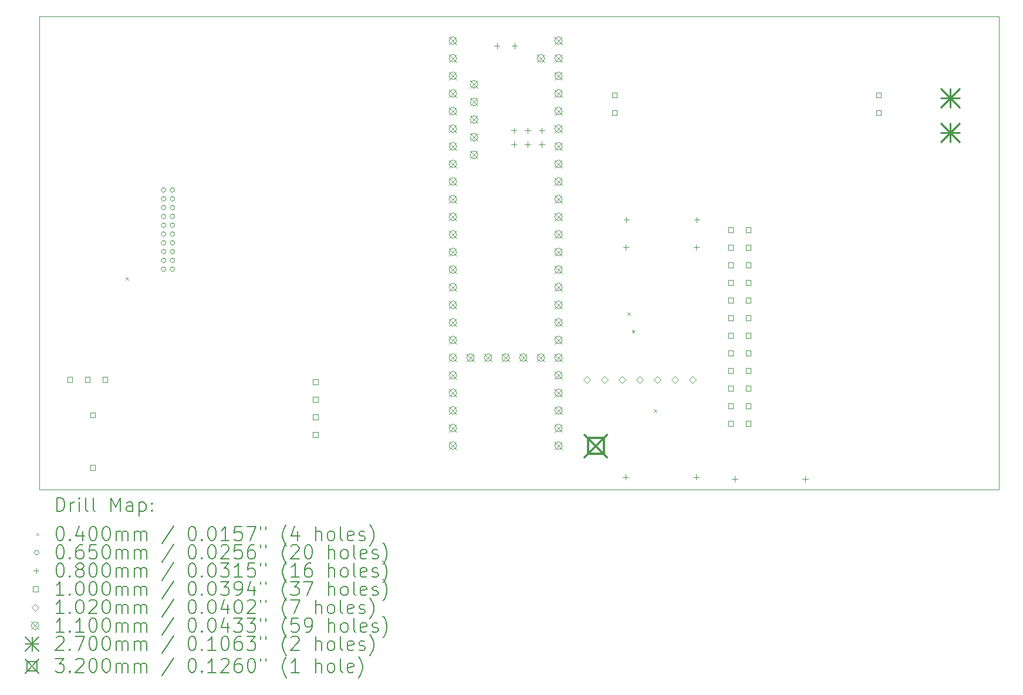
<source format=gbr>
%TF.GenerationSoftware,KiCad,Pcbnew,(6.0.9)*%
%TF.CreationDate,2023-02-06T21:35:50-05:00*%
%TF.ProjectId,rrc_pcb,7272635f-7063-4622-9e6b-696361645f70,rev?*%
%TF.SameCoordinates,Original*%
%TF.FileFunction,Drillmap*%
%TF.FilePolarity,Positive*%
%FSLAX45Y45*%
G04 Gerber Fmt 4.5, Leading zero omitted, Abs format (unit mm)*
G04 Created by KiCad (PCBNEW (6.0.9)) date 2023-02-06 21:35:50*
%MOMM*%
%LPD*%
G01*
G04 APERTURE LIST*
%ADD10C,0.050000*%
%ADD11C,0.200000*%
%ADD12C,0.040000*%
%ADD13C,0.065000*%
%ADD14C,0.080000*%
%ADD15C,0.100000*%
%ADD16C,0.102000*%
%ADD17C,0.110000*%
%ADD18C,0.270000*%
%ADD19C,0.320000*%
G04 APERTURE END LIST*
D10*
X4191000Y-2065671D02*
X18034000Y-2065671D01*
X18034000Y-2065671D02*
X18034000Y-8890000D01*
X18034000Y-8890000D02*
X4191000Y-8890000D01*
X4191000Y-8890000D02*
X4191000Y-2065671D01*
D11*
D12*
X5441000Y-5822000D02*
X5481000Y-5862000D01*
X5481000Y-5822000D02*
X5441000Y-5862000D01*
X12680000Y-6330000D02*
X12720000Y-6370000D01*
X12720000Y-6330000D02*
X12680000Y-6370000D01*
X12743500Y-6584000D02*
X12783500Y-6624000D01*
X12783500Y-6584000D02*
X12743500Y-6624000D01*
X13061000Y-7727000D02*
X13101000Y-7767000D01*
X13101000Y-7727000D02*
X13061000Y-7767000D01*
D13*
X6019515Y-4567750D02*
G75*
G03*
X6019515Y-4567750I-32500J0D01*
G01*
X6019515Y-4694750D02*
G75*
G03*
X6019515Y-4694750I-32500J0D01*
G01*
X6019515Y-4821750D02*
G75*
G03*
X6019515Y-4821750I-32500J0D01*
G01*
X6019515Y-4948750D02*
G75*
G03*
X6019515Y-4948750I-32500J0D01*
G01*
X6019515Y-5075750D02*
G75*
G03*
X6019515Y-5075750I-32500J0D01*
G01*
X6019515Y-5202750D02*
G75*
G03*
X6019515Y-5202750I-32500J0D01*
G01*
X6019515Y-5329750D02*
G75*
G03*
X6019515Y-5329750I-32500J0D01*
G01*
X6019515Y-5456750D02*
G75*
G03*
X6019515Y-5456750I-32500J0D01*
G01*
X6019515Y-5583750D02*
G75*
G03*
X6019515Y-5583750I-32500J0D01*
G01*
X6019515Y-5710750D02*
G75*
G03*
X6019515Y-5710750I-32500J0D01*
G01*
X6146515Y-4567750D02*
G75*
G03*
X6146515Y-4567750I-32500J0D01*
G01*
X6146515Y-4694750D02*
G75*
G03*
X6146515Y-4694750I-32500J0D01*
G01*
X6146515Y-4821750D02*
G75*
G03*
X6146515Y-4821750I-32500J0D01*
G01*
X6146515Y-4948750D02*
G75*
G03*
X6146515Y-4948750I-32500J0D01*
G01*
X6146515Y-5075750D02*
G75*
G03*
X6146515Y-5075750I-32500J0D01*
G01*
X6146515Y-5202750D02*
G75*
G03*
X6146515Y-5202750I-32500J0D01*
G01*
X6146515Y-5329750D02*
G75*
G03*
X6146515Y-5329750I-32500J0D01*
G01*
X6146515Y-5456750D02*
G75*
G03*
X6146515Y-5456750I-32500J0D01*
G01*
X6146515Y-5583750D02*
G75*
G03*
X6146515Y-5583750I-32500J0D01*
G01*
X6146515Y-5710750D02*
G75*
G03*
X6146515Y-5710750I-32500J0D01*
G01*
D14*
X10795000Y-2446000D02*
X10795000Y-2526000D01*
X10755000Y-2486000D02*
X10835000Y-2486000D01*
X11040160Y-3670000D02*
X11040160Y-3750000D01*
X11000160Y-3710000D02*
X11080160Y-3710000D01*
X11040160Y-3870000D02*
X11040160Y-3950000D01*
X11000160Y-3910000D02*
X11080160Y-3910000D01*
X11049000Y-2446000D02*
X11049000Y-2526000D01*
X11009000Y-2486000D02*
X11089000Y-2486000D01*
X11240160Y-3670000D02*
X11240160Y-3750000D01*
X11200160Y-3710000D02*
X11280160Y-3710000D01*
X11240160Y-3870000D02*
X11240160Y-3950000D01*
X11200160Y-3910000D02*
X11280160Y-3910000D01*
X11440160Y-3670000D02*
X11440160Y-3750000D01*
X11400160Y-3710000D02*
X11480160Y-3710000D01*
X11440160Y-3870000D02*
X11440160Y-3950000D01*
X11400160Y-3910000D02*
X11480160Y-3910000D01*
X12652676Y-8666935D02*
X12652676Y-8746935D01*
X12612676Y-8706935D02*
X12692676Y-8706935D01*
X12656495Y-5355094D02*
X12656495Y-5435094D01*
X12616495Y-5395094D02*
X12696495Y-5395094D01*
X12664470Y-4956350D02*
X12664470Y-5036350D01*
X12624470Y-4996350D02*
X12704470Y-4996350D01*
X13668676Y-8666935D02*
X13668676Y-8746935D01*
X13628676Y-8706935D02*
X13708676Y-8706935D01*
X13672495Y-5355094D02*
X13672495Y-5435094D01*
X13632495Y-5395094D02*
X13712495Y-5395094D01*
X13680470Y-4956350D02*
X13680470Y-5036350D01*
X13640470Y-4996350D02*
X13720470Y-4996350D01*
X14228046Y-8697779D02*
X14228046Y-8777779D01*
X14188046Y-8737779D02*
X14268046Y-8737779D01*
X15244046Y-8697779D02*
X15244046Y-8777779D01*
X15204046Y-8737779D02*
X15284046Y-8737779D01*
D15*
X4670856Y-7337856D02*
X4670856Y-7267144D01*
X4600144Y-7267144D01*
X4600144Y-7337856D01*
X4670856Y-7337856D01*
X4924856Y-7337856D02*
X4924856Y-7267144D01*
X4854144Y-7267144D01*
X4854144Y-7337856D01*
X4924856Y-7337856D01*
X5002171Y-7847581D02*
X5002171Y-7776869D01*
X4931460Y-7776869D01*
X4931460Y-7847581D01*
X5002171Y-7847581D01*
X5002171Y-8607581D02*
X5002171Y-8536869D01*
X4931460Y-8536869D01*
X4931460Y-8607581D01*
X5002171Y-8607581D01*
X5178856Y-7337856D02*
X5178856Y-7267144D01*
X5108144Y-7267144D01*
X5108144Y-7337856D01*
X5178856Y-7337856D01*
X8213999Y-7369821D02*
X8213999Y-7299109D01*
X8143288Y-7299109D01*
X8143288Y-7369821D01*
X8213999Y-7369821D01*
X8213999Y-7623821D02*
X8213999Y-7553109D01*
X8143288Y-7553109D01*
X8143288Y-7623821D01*
X8213999Y-7623821D01*
X8213999Y-7877821D02*
X8213999Y-7807109D01*
X8143288Y-7807109D01*
X8143288Y-7877821D01*
X8213999Y-7877821D01*
X8213999Y-8131821D02*
X8213999Y-8061109D01*
X8143288Y-8061109D01*
X8143288Y-8131821D01*
X8213999Y-8131821D01*
X12526356Y-3234856D02*
X12526356Y-3164144D01*
X12455644Y-3164144D01*
X12455644Y-3234856D01*
X12526356Y-3234856D01*
X12526356Y-3488856D02*
X12526356Y-3418144D01*
X12455644Y-3418144D01*
X12455644Y-3488856D01*
X12526356Y-3488856D01*
X14204917Y-5178569D02*
X14204917Y-5107858D01*
X14134205Y-5107858D01*
X14134205Y-5178569D01*
X14204917Y-5178569D01*
X14204917Y-5432569D02*
X14204917Y-5361858D01*
X14134205Y-5361858D01*
X14134205Y-5432569D01*
X14204917Y-5432569D01*
X14204917Y-5686569D02*
X14204917Y-5615858D01*
X14134205Y-5615858D01*
X14134205Y-5686569D01*
X14204917Y-5686569D01*
X14204917Y-5940569D02*
X14204917Y-5869858D01*
X14134205Y-5869858D01*
X14134205Y-5940569D01*
X14204917Y-5940569D01*
X14204917Y-6194569D02*
X14204917Y-6123858D01*
X14134205Y-6123858D01*
X14134205Y-6194569D01*
X14204917Y-6194569D01*
X14204917Y-6448569D02*
X14204917Y-6377858D01*
X14134205Y-6377858D01*
X14134205Y-6448569D01*
X14204917Y-6448569D01*
X14204917Y-6702569D02*
X14204917Y-6631858D01*
X14134205Y-6631858D01*
X14134205Y-6702569D01*
X14204917Y-6702569D01*
X14204917Y-6956569D02*
X14204917Y-6885858D01*
X14134205Y-6885858D01*
X14134205Y-6956569D01*
X14204917Y-6956569D01*
X14204917Y-7210569D02*
X14204917Y-7139858D01*
X14134205Y-7139858D01*
X14134205Y-7210569D01*
X14204917Y-7210569D01*
X14204917Y-7464569D02*
X14204917Y-7393858D01*
X14134205Y-7393858D01*
X14134205Y-7464569D01*
X14204917Y-7464569D01*
X14204917Y-7718569D02*
X14204917Y-7647858D01*
X14134205Y-7647858D01*
X14134205Y-7718569D01*
X14204917Y-7718569D01*
X14204917Y-7972569D02*
X14204917Y-7901858D01*
X14134205Y-7901858D01*
X14134205Y-7972569D01*
X14204917Y-7972569D01*
X14458917Y-5178569D02*
X14458917Y-5107858D01*
X14388205Y-5107858D01*
X14388205Y-5178569D01*
X14458917Y-5178569D01*
X14458917Y-5432569D02*
X14458917Y-5361858D01*
X14388205Y-5361858D01*
X14388205Y-5432569D01*
X14458917Y-5432569D01*
X14458917Y-5686569D02*
X14458917Y-5615858D01*
X14388205Y-5615858D01*
X14388205Y-5686569D01*
X14458917Y-5686569D01*
X14458917Y-5940569D02*
X14458917Y-5869858D01*
X14388205Y-5869858D01*
X14388205Y-5940569D01*
X14458917Y-5940569D01*
X14458917Y-6194569D02*
X14458917Y-6123858D01*
X14388205Y-6123858D01*
X14388205Y-6194569D01*
X14458917Y-6194569D01*
X14458917Y-6448569D02*
X14458917Y-6377858D01*
X14388205Y-6377858D01*
X14388205Y-6448569D01*
X14458917Y-6448569D01*
X14458917Y-6702569D02*
X14458917Y-6631858D01*
X14388205Y-6631858D01*
X14388205Y-6702569D01*
X14458917Y-6702569D01*
X14458917Y-6956569D02*
X14458917Y-6885858D01*
X14388205Y-6885858D01*
X14388205Y-6956569D01*
X14458917Y-6956569D01*
X14458917Y-7210569D02*
X14458917Y-7139858D01*
X14388205Y-7139858D01*
X14388205Y-7210569D01*
X14458917Y-7210569D01*
X14458917Y-7464569D02*
X14458917Y-7393858D01*
X14388205Y-7393858D01*
X14388205Y-7464569D01*
X14458917Y-7464569D01*
X14458917Y-7718569D02*
X14458917Y-7647858D01*
X14388205Y-7647858D01*
X14388205Y-7718569D01*
X14458917Y-7718569D01*
X14458917Y-7972569D02*
X14458917Y-7901858D01*
X14388205Y-7901858D01*
X14388205Y-7972569D01*
X14458917Y-7972569D01*
X16336356Y-3234856D02*
X16336356Y-3164144D01*
X16265644Y-3164144D01*
X16265644Y-3234856D01*
X16336356Y-3234856D01*
X16336356Y-3488856D02*
X16336356Y-3418144D01*
X16265644Y-3418144D01*
X16265644Y-3488856D01*
X16336356Y-3488856D01*
D16*
X12096324Y-7359857D02*
X12147324Y-7308857D01*
X12096324Y-7257857D01*
X12045324Y-7308857D01*
X12096324Y-7359857D01*
X12350324Y-7359857D02*
X12401324Y-7308857D01*
X12350324Y-7257857D01*
X12299324Y-7308857D01*
X12350324Y-7359857D01*
X12604324Y-7359857D02*
X12655324Y-7308857D01*
X12604324Y-7257857D01*
X12553324Y-7308857D01*
X12604324Y-7359857D01*
X12858324Y-7359857D02*
X12909324Y-7308857D01*
X12858324Y-7257857D01*
X12807324Y-7308857D01*
X12858324Y-7359857D01*
X13112324Y-7359857D02*
X13163324Y-7308857D01*
X13112324Y-7257857D01*
X13061324Y-7308857D01*
X13112324Y-7359857D01*
X13366324Y-7359857D02*
X13417324Y-7308857D01*
X13366324Y-7257857D01*
X13315324Y-7308857D01*
X13366324Y-7359857D01*
X13620324Y-7359857D02*
X13671324Y-7308857D01*
X13620324Y-7257857D01*
X13569324Y-7308857D01*
X13620324Y-7359857D01*
D17*
X10105000Y-2358000D02*
X10215000Y-2468000D01*
X10215000Y-2358000D02*
X10105000Y-2468000D01*
X10215000Y-2413000D02*
G75*
G03*
X10215000Y-2413000I-55000J0D01*
G01*
X10105000Y-2612000D02*
X10215000Y-2722000D01*
X10215000Y-2612000D02*
X10105000Y-2722000D01*
X10215000Y-2667000D02*
G75*
G03*
X10215000Y-2667000I-55000J0D01*
G01*
X10105000Y-2866000D02*
X10215000Y-2976000D01*
X10215000Y-2866000D02*
X10105000Y-2976000D01*
X10215000Y-2921000D02*
G75*
G03*
X10215000Y-2921000I-55000J0D01*
G01*
X10105000Y-3120000D02*
X10215000Y-3230000D01*
X10215000Y-3120000D02*
X10105000Y-3230000D01*
X10215000Y-3175000D02*
G75*
G03*
X10215000Y-3175000I-55000J0D01*
G01*
X10105000Y-3374000D02*
X10215000Y-3484000D01*
X10215000Y-3374000D02*
X10105000Y-3484000D01*
X10215000Y-3429000D02*
G75*
G03*
X10215000Y-3429000I-55000J0D01*
G01*
X10105000Y-3628000D02*
X10215000Y-3738000D01*
X10215000Y-3628000D02*
X10105000Y-3738000D01*
X10215000Y-3683000D02*
G75*
G03*
X10215000Y-3683000I-55000J0D01*
G01*
X10105000Y-3882000D02*
X10215000Y-3992000D01*
X10215000Y-3882000D02*
X10105000Y-3992000D01*
X10215000Y-3937000D02*
G75*
G03*
X10215000Y-3937000I-55000J0D01*
G01*
X10105000Y-4136000D02*
X10215000Y-4246000D01*
X10215000Y-4136000D02*
X10105000Y-4246000D01*
X10215000Y-4191000D02*
G75*
G03*
X10215000Y-4191000I-55000J0D01*
G01*
X10105000Y-4390000D02*
X10215000Y-4500000D01*
X10215000Y-4390000D02*
X10105000Y-4500000D01*
X10215000Y-4445000D02*
G75*
G03*
X10215000Y-4445000I-55000J0D01*
G01*
X10105000Y-4644000D02*
X10215000Y-4754000D01*
X10215000Y-4644000D02*
X10105000Y-4754000D01*
X10215000Y-4699000D02*
G75*
G03*
X10215000Y-4699000I-55000J0D01*
G01*
X10105000Y-4898000D02*
X10215000Y-5008000D01*
X10215000Y-4898000D02*
X10105000Y-5008000D01*
X10215000Y-4953000D02*
G75*
G03*
X10215000Y-4953000I-55000J0D01*
G01*
X10105000Y-5152000D02*
X10215000Y-5262000D01*
X10215000Y-5152000D02*
X10105000Y-5262000D01*
X10215000Y-5207000D02*
G75*
G03*
X10215000Y-5207000I-55000J0D01*
G01*
X10105000Y-5406000D02*
X10215000Y-5516000D01*
X10215000Y-5406000D02*
X10105000Y-5516000D01*
X10215000Y-5461000D02*
G75*
G03*
X10215000Y-5461000I-55000J0D01*
G01*
X10105000Y-5660000D02*
X10215000Y-5770000D01*
X10215000Y-5660000D02*
X10105000Y-5770000D01*
X10215000Y-5715000D02*
G75*
G03*
X10215000Y-5715000I-55000J0D01*
G01*
X10105000Y-5914000D02*
X10215000Y-6024000D01*
X10215000Y-5914000D02*
X10105000Y-6024000D01*
X10215000Y-5969000D02*
G75*
G03*
X10215000Y-5969000I-55000J0D01*
G01*
X10105000Y-6168000D02*
X10215000Y-6278000D01*
X10215000Y-6168000D02*
X10105000Y-6278000D01*
X10215000Y-6223000D02*
G75*
G03*
X10215000Y-6223000I-55000J0D01*
G01*
X10105000Y-6422000D02*
X10215000Y-6532000D01*
X10215000Y-6422000D02*
X10105000Y-6532000D01*
X10215000Y-6477000D02*
G75*
G03*
X10215000Y-6477000I-55000J0D01*
G01*
X10105000Y-6676000D02*
X10215000Y-6786000D01*
X10215000Y-6676000D02*
X10105000Y-6786000D01*
X10215000Y-6731000D02*
G75*
G03*
X10215000Y-6731000I-55000J0D01*
G01*
X10105000Y-6930000D02*
X10215000Y-7040000D01*
X10215000Y-6930000D02*
X10105000Y-7040000D01*
X10215000Y-6985000D02*
G75*
G03*
X10215000Y-6985000I-55000J0D01*
G01*
X10105000Y-7184000D02*
X10215000Y-7294000D01*
X10215000Y-7184000D02*
X10105000Y-7294000D01*
X10215000Y-7239000D02*
G75*
G03*
X10215000Y-7239000I-55000J0D01*
G01*
X10105000Y-7438000D02*
X10215000Y-7548000D01*
X10215000Y-7438000D02*
X10105000Y-7548000D01*
X10215000Y-7493000D02*
G75*
G03*
X10215000Y-7493000I-55000J0D01*
G01*
X10105000Y-7692000D02*
X10215000Y-7802000D01*
X10215000Y-7692000D02*
X10105000Y-7802000D01*
X10215000Y-7747000D02*
G75*
G03*
X10215000Y-7747000I-55000J0D01*
G01*
X10105000Y-7946000D02*
X10215000Y-8056000D01*
X10215000Y-7946000D02*
X10105000Y-8056000D01*
X10215000Y-8001000D02*
G75*
G03*
X10215000Y-8001000I-55000J0D01*
G01*
X10105000Y-8200000D02*
X10215000Y-8310000D01*
X10215000Y-8200000D02*
X10105000Y-8310000D01*
X10215000Y-8255000D02*
G75*
G03*
X10215000Y-8255000I-55000J0D01*
G01*
X10359000Y-6930000D02*
X10469000Y-7040000D01*
X10469000Y-6930000D02*
X10359000Y-7040000D01*
X10469000Y-6985000D02*
G75*
G03*
X10469000Y-6985000I-55000J0D01*
G01*
X10410080Y-2987920D02*
X10520080Y-3097920D01*
X10520080Y-2987920D02*
X10410080Y-3097920D01*
X10520080Y-3042920D02*
G75*
G03*
X10520080Y-3042920I-55000J0D01*
G01*
X10410080Y-3241920D02*
X10520080Y-3351920D01*
X10520080Y-3241920D02*
X10410080Y-3351920D01*
X10520080Y-3296920D02*
G75*
G03*
X10520080Y-3296920I-55000J0D01*
G01*
X10410080Y-3495920D02*
X10520080Y-3605920D01*
X10520080Y-3495920D02*
X10410080Y-3605920D01*
X10520080Y-3550920D02*
G75*
G03*
X10520080Y-3550920I-55000J0D01*
G01*
X10410080Y-3749920D02*
X10520080Y-3859920D01*
X10520080Y-3749920D02*
X10410080Y-3859920D01*
X10520080Y-3804920D02*
G75*
G03*
X10520080Y-3804920I-55000J0D01*
G01*
X10410080Y-4003920D02*
X10520080Y-4113920D01*
X10520080Y-4003920D02*
X10410080Y-4113920D01*
X10520080Y-4058920D02*
G75*
G03*
X10520080Y-4058920I-55000J0D01*
G01*
X10613000Y-6930000D02*
X10723000Y-7040000D01*
X10723000Y-6930000D02*
X10613000Y-7040000D01*
X10723000Y-6985000D02*
G75*
G03*
X10723000Y-6985000I-55000J0D01*
G01*
X10867000Y-6930000D02*
X10977000Y-7040000D01*
X10977000Y-6930000D02*
X10867000Y-7040000D01*
X10977000Y-6985000D02*
G75*
G03*
X10977000Y-6985000I-55000J0D01*
G01*
X11121000Y-6930000D02*
X11231000Y-7040000D01*
X11231000Y-6930000D02*
X11121000Y-7040000D01*
X11231000Y-6985000D02*
G75*
G03*
X11231000Y-6985000I-55000J0D01*
G01*
X11375000Y-2612000D02*
X11485000Y-2722000D01*
X11485000Y-2612000D02*
X11375000Y-2722000D01*
X11485000Y-2667000D02*
G75*
G03*
X11485000Y-2667000I-55000J0D01*
G01*
X11375000Y-6930000D02*
X11485000Y-7040000D01*
X11485000Y-6930000D02*
X11375000Y-7040000D01*
X11485000Y-6985000D02*
G75*
G03*
X11485000Y-6985000I-55000J0D01*
G01*
X11629000Y-2358000D02*
X11739000Y-2468000D01*
X11739000Y-2358000D02*
X11629000Y-2468000D01*
X11739000Y-2413000D02*
G75*
G03*
X11739000Y-2413000I-55000J0D01*
G01*
X11629000Y-2612000D02*
X11739000Y-2722000D01*
X11739000Y-2612000D02*
X11629000Y-2722000D01*
X11739000Y-2667000D02*
G75*
G03*
X11739000Y-2667000I-55000J0D01*
G01*
X11629000Y-2866000D02*
X11739000Y-2976000D01*
X11739000Y-2866000D02*
X11629000Y-2976000D01*
X11739000Y-2921000D02*
G75*
G03*
X11739000Y-2921000I-55000J0D01*
G01*
X11629000Y-3120000D02*
X11739000Y-3230000D01*
X11739000Y-3120000D02*
X11629000Y-3230000D01*
X11739000Y-3175000D02*
G75*
G03*
X11739000Y-3175000I-55000J0D01*
G01*
X11629000Y-3374000D02*
X11739000Y-3484000D01*
X11739000Y-3374000D02*
X11629000Y-3484000D01*
X11739000Y-3429000D02*
G75*
G03*
X11739000Y-3429000I-55000J0D01*
G01*
X11629000Y-3628000D02*
X11739000Y-3738000D01*
X11739000Y-3628000D02*
X11629000Y-3738000D01*
X11739000Y-3683000D02*
G75*
G03*
X11739000Y-3683000I-55000J0D01*
G01*
X11629000Y-3882000D02*
X11739000Y-3992000D01*
X11739000Y-3882000D02*
X11629000Y-3992000D01*
X11739000Y-3937000D02*
G75*
G03*
X11739000Y-3937000I-55000J0D01*
G01*
X11629000Y-4136000D02*
X11739000Y-4246000D01*
X11739000Y-4136000D02*
X11629000Y-4246000D01*
X11739000Y-4191000D02*
G75*
G03*
X11739000Y-4191000I-55000J0D01*
G01*
X11629000Y-4390000D02*
X11739000Y-4500000D01*
X11739000Y-4390000D02*
X11629000Y-4500000D01*
X11739000Y-4445000D02*
G75*
G03*
X11739000Y-4445000I-55000J0D01*
G01*
X11629000Y-4644000D02*
X11739000Y-4754000D01*
X11739000Y-4644000D02*
X11629000Y-4754000D01*
X11739000Y-4699000D02*
G75*
G03*
X11739000Y-4699000I-55000J0D01*
G01*
X11629000Y-4898000D02*
X11739000Y-5008000D01*
X11739000Y-4898000D02*
X11629000Y-5008000D01*
X11739000Y-4953000D02*
G75*
G03*
X11739000Y-4953000I-55000J0D01*
G01*
X11629000Y-5152000D02*
X11739000Y-5262000D01*
X11739000Y-5152000D02*
X11629000Y-5262000D01*
X11739000Y-5207000D02*
G75*
G03*
X11739000Y-5207000I-55000J0D01*
G01*
X11629000Y-5406000D02*
X11739000Y-5516000D01*
X11739000Y-5406000D02*
X11629000Y-5516000D01*
X11739000Y-5461000D02*
G75*
G03*
X11739000Y-5461000I-55000J0D01*
G01*
X11629000Y-5660000D02*
X11739000Y-5770000D01*
X11739000Y-5660000D02*
X11629000Y-5770000D01*
X11739000Y-5715000D02*
G75*
G03*
X11739000Y-5715000I-55000J0D01*
G01*
X11629000Y-5914000D02*
X11739000Y-6024000D01*
X11739000Y-5914000D02*
X11629000Y-6024000D01*
X11739000Y-5969000D02*
G75*
G03*
X11739000Y-5969000I-55000J0D01*
G01*
X11629000Y-6168000D02*
X11739000Y-6278000D01*
X11739000Y-6168000D02*
X11629000Y-6278000D01*
X11739000Y-6223000D02*
G75*
G03*
X11739000Y-6223000I-55000J0D01*
G01*
X11629000Y-6422000D02*
X11739000Y-6532000D01*
X11739000Y-6422000D02*
X11629000Y-6532000D01*
X11739000Y-6477000D02*
G75*
G03*
X11739000Y-6477000I-55000J0D01*
G01*
X11629000Y-6676000D02*
X11739000Y-6786000D01*
X11739000Y-6676000D02*
X11629000Y-6786000D01*
X11739000Y-6731000D02*
G75*
G03*
X11739000Y-6731000I-55000J0D01*
G01*
X11629000Y-6930000D02*
X11739000Y-7040000D01*
X11739000Y-6930000D02*
X11629000Y-7040000D01*
X11739000Y-6985000D02*
G75*
G03*
X11739000Y-6985000I-55000J0D01*
G01*
X11629000Y-7184000D02*
X11739000Y-7294000D01*
X11739000Y-7184000D02*
X11629000Y-7294000D01*
X11739000Y-7239000D02*
G75*
G03*
X11739000Y-7239000I-55000J0D01*
G01*
X11629000Y-7438000D02*
X11739000Y-7548000D01*
X11739000Y-7438000D02*
X11629000Y-7548000D01*
X11739000Y-7493000D02*
G75*
G03*
X11739000Y-7493000I-55000J0D01*
G01*
X11629000Y-7692000D02*
X11739000Y-7802000D01*
X11739000Y-7692000D02*
X11629000Y-7802000D01*
X11739000Y-7747000D02*
G75*
G03*
X11739000Y-7747000I-55000J0D01*
G01*
X11629000Y-7946000D02*
X11739000Y-8056000D01*
X11739000Y-7946000D02*
X11629000Y-8056000D01*
X11739000Y-8001000D02*
G75*
G03*
X11739000Y-8001000I-55000J0D01*
G01*
X11629000Y-8200000D02*
X11739000Y-8310000D01*
X11739000Y-8200000D02*
X11629000Y-8310000D01*
X11739000Y-8255000D02*
G75*
G03*
X11739000Y-8255000I-55000J0D01*
G01*
D18*
X17200500Y-3103500D02*
X17470500Y-3373500D01*
X17470500Y-3103500D02*
X17200500Y-3373500D01*
X17335500Y-3103500D02*
X17335500Y-3373500D01*
X17200500Y-3238500D02*
X17470500Y-3238500D01*
X17200500Y-3603500D02*
X17470500Y-3873500D01*
X17470500Y-3603500D02*
X17200500Y-3873500D01*
X17335500Y-3603500D02*
X17335500Y-3873500D01*
X17200500Y-3738500D02*
X17470500Y-3738500D01*
D19*
X12063324Y-8099357D02*
X12383324Y-8419357D01*
X12383324Y-8099357D02*
X12063324Y-8419357D01*
X12336462Y-8372495D02*
X12336462Y-8146219D01*
X12110186Y-8146219D01*
X12110186Y-8372495D01*
X12336462Y-8372495D01*
D11*
X4446119Y-9202976D02*
X4446119Y-9002976D01*
X4493738Y-9002976D01*
X4522310Y-9012500D01*
X4541357Y-9031548D01*
X4550881Y-9050595D01*
X4560405Y-9088690D01*
X4560405Y-9117262D01*
X4550881Y-9155357D01*
X4541357Y-9174405D01*
X4522310Y-9193452D01*
X4493738Y-9202976D01*
X4446119Y-9202976D01*
X4646119Y-9202976D02*
X4646119Y-9069643D01*
X4646119Y-9107738D02*
X4655643Y-9088690D01*
X4665167Y-9079167D01*
X4684214Y-9069643D01*
X4703262Y-9069643D01*
X4769929Y-9202976D02*
X4769929Y-9069643D01*
X4769929Y-9002976D02*
X4760405Y-9012500D01*
X4769929Y-9022024D01*
X4779452Y-9012500D01*
X4769929Y-9002976D01*
X4769929Y-9022024D01*
X4893738Y-9202976D02*
X4874690Y-9193452D01*
X4865167Y-9174405D01*
X4865167Y-9002976D01*
X4998500Y-9202976D02*
X4979452Y-9193452D01*
X4969929Y-9174405D01*
X4969929Y-9002976D01*
X5227071Y-9202976D02*
X5227071Y-9002976D01*
X5293738Y-9145833D01*
X5360405Y-9002976D01*
X5360405Y-9202976D01*
X5541357Y-9202976D02*
X5541357Y-9098214D01*
X5531833Y-9079167D01*
X5512786Y-9069643D01*
X5474690Y-9069643D01*
X5455643Y-9079167D01*
X5541357Y-9193452D02*
X5522310Y-9202976D01*
X5474690Y-9202976D01*
X5455643Y-9193452D01*
X5446119Y-9174405D01*
X5446119Y-9155357D01*
X5455643Y-9136310D01*
X5474690Y-9126786D01*
X5522310Y-9126786D01*
X5541357Y-9117262D01*
X5636595Y-9069643D02*
X5636595Y-9269643D01*
X5636595Y-9079167D02*
X5655643Y-9069643D01*
X5693738Y-9069643D01*
X5712786Y-9079167D01*
X5722309Y-9088690D01*
X5731833Y-9107738D01*
X5731833Y-9164881D01*
X5722309Y-9183929D01*
X5712786Y-9193452D01*
X5693738Y-9202976D01*
X5655643Y-9202976D01*
X5636595Y-9193452D01*
X5817548Y-9183929D02*
X5827071Y-9193452D01*
X5817548Y-9202976D01*
X5808024Y-9193452D01*
X5817548Y-9183929D01*
X5817548Y-9202976D01*
X5817548Y-9079167D02*
X5827071Y-9088690D01*
X5817548Y-9098214D01*
X5808024Y-9088690D01*
X5817548Y-9079167D01*
X5817548Y-9098214D01*
D12*
X4148500Y-9512500D02*
X4188500Y-9552500D01*
X4188500Y-9512500D02*
X4148500Y-9552500D01*
D11*
X4484214Y-9422976D02*
X4503262Y-9422976D01*
X4522310Y-9432500D01*
X4531833Y-9442024D01*
X4541357Y-9461071D01*
X4550881Y-9499167D01*
X4550881Y-9546786D01*
X4541357Y-9584881D01*
X4531833Y-9603929D01*
X4522310Y-9613452D01*
X4503262Y-9622976D01*
X4484214Y-9622976D01*
X4465167Y-9613452D01*
X4455643Y-9603929D01*
X4446119Y-9584881D01*
X4436595Y-9546786D01*
X4436595Y-9499167D01*
X4446119Y-9461071D01*
X4455643Y-9442024D01*
X4465167Y-9432500D01*
X4484214Y-9422976D01*
X4636595Y-9603929D02*
X4646119Y-9613452D01*
X4636595Y-9622976D01*
X4627071Y-9613452D01*
X4636595Y-9603929D01*
X4636595Y-9622976D01*
X4817548Y-9489643D02*
X4817548Y-9622976D01*
X4769929Y-9413452D02*
X4722310Y-9556310D01*
X4846119Y-9556310D01*
X4960405Y-9422976D02*
X4979452Y-9422976D01*
X4998500Y-9432500D01*
X5008024Y-9442024D01*
X5017548Y-9461071D01*
X5027071Y-9499167D01*
X5027071Y-9546786D01*
X5017548Y-9584881D01*
X5008024Y-9603929D01*
X4998500Y-9613452D01*
X4979452Y-9622976D01*
X4960405Y-9622976D01*
X4941357Y-9613452D01*
X4931833Y-9603929D01*
X4922310Y-9584881D01*
X4912786Y-9546786D01*
X4912786Y-9499167D01*
X4922310Y-9461071D01*
X4931833Y-9442024D01*
X4941357Y-9432500D01*
X4960405Y-9422976D01*
X5150881Y-9422976D02*
X5169929Y-9422976D01*
X5188976Y-9432500D01*
X5198500Y-9442024D01*
X5208024Y-9461071D01*
X5217548Y-9499167D01*
X5217548Y-9546786D01*
X5208024Y-9584881D01*
X5198500Y-9603929D01*
X5188976Y-9613452D01*
X5169929Y-9622976D01*
X5150881Y-9622976D01*
X5131833Y-9613452D01*
X5122310Y-9603929D01*
X5112786Y-9584881D01*
X5103262Y-9546786D01*
X5103262Y-9499167D01*
X5112786Y-9461071D01*
X5122310Y-9442024D01*
X5131833Y-9432500D01*
X5150881Y-9422976D01*
X5303262Y-9622976D02*
X5303262Y-9489643D01*
X5303262Y-9508690D02*
X5312786Y-9499167D01*
X5331833Y-9489643D01*
X5360405Y-9489643D01*
X5379452Y-9499167D01*
X5388976Y-9518214D01*
X5388976Y-9622976D01*
X5388976Y-9518214D02*
X5398500Y-9499167D01*
X5417548Y-9489643D01*
X5446119Y-9489643D01*
X5465167Y-9499167D01*
X5474690Y-9518214D01*
X5474690Y-9622976D01*
X5569929Y-9622976D02*
X5569929Y-9489643D01*
X5569929Y-9508690D02*
X5579452Y-9499167D01*
X5598500Y-9489643D01*
X5627071Y-9489643D01*
X5646119Y-9499167D01*
X5655643Y-9518214D01*
X5655643Y-9622976D01*
X5655643Y-9518214D02*
X5665167Y-9499167D01*
X5684214Y-9489643D01*
X5712786Y-9489643D01*
X5731833Y-9499167D01*
X5741357Y-9518214D01*
X5741357Y-9622976D01*
X6131833Y-9413452D02*
X5960405Y-9670595D01*
X6388976Y-9422976D02*
X6408024Y-9422976D01*
X6427071Y-9432500D01*
X6436595Y-9442024D01*
X6446119Y-9461071D01*
X6455643Y-9499167D01*
X6455643Y-9546786D01*
X6446119Y-9584881D01*
X6436595Y-9603929D01*
X6427071Y-9613452D01*
X6408024Y-9622976D01*
X6388976Y-9622976D01*
X6369928Y-9613452D01*
X6360405Y-9603929D01*
X6350881Y-9584881D01*
X6341357Y-9546786D01*
X6341357Y-9499167D01*
X6350881Y-9461071D01*
X6360405Y-9442024D01*
X6369928Y-9432500D01*
X6388976Y-9422976D01*
X6541357Y-9603929D02*
X6550881Y-9613452D01*
X6541357Y-9622976D01*
X6531833Y-9613452D01*
X6541357Y-9603929D01*
X6541357Y-9622976D01*
X6674690Y-9422976D02*
X6693738Y-9422976D01*
X6712786Y-9432500D01*
X6722309Y-9442024D01*
X6731833Y-9461071D01*
X6741357Y-9499167D01*
X6741357Y-9546786D01*
X6731833Y-9584881D01*
X6722309Y-9603929D01*
X6712786Y-9613452D01*
X6693738Y-9622976D01*
X6674690Y-9622976D01*
X6655643Y-9613452D01*
X6646119Y-9603929D01*
X6636595Y-9584881D01*
X6627071Y-9546786D01*
X6627071Y-9499167D01*
X6636595Y-9461071D01*
X6646119Y-9442024D01*
X6655643Y-9432500D01*
X6674690Y-9422976D01*
X6931833Y-9622976D02*
X6817548Y-9622976D01*
X6874690Y-9622976D02*
X6874690Y-9422976D01*
X6855643Y-9451548D01*
X6836595Y-9470595D01*
X6817548Y-9480119D01*
X7112786Y-9422976D02*
X7017548Y-9422976D01*
X7008024Y-9518214D01*
X7017548Y-9508690D01*
X7036595Y-9499167D01*
X7084214Y-9499167D01*
X7103262Y-9508690D01*
X7112786Y-9518214D01*
X7122309Y-9537262D01*
X7122309Y-9584881D01*
X7112786Y-9603929D01*
X7103262Y-9613452D01*
X7084214Y-9622976D01*
X7036595Y-9622976D01*
X7017548Y-9613452D01*
X7008024Y-9603929D01*
X7188976Y-9422976D02*
X7322309Y-9422976D01*
X7236595Y-9622976D01*
X7388976Y-9422976D02*
X7388976Y-9461071D01*
X7465167Y-9422976D02*
X7465167Y-9461071D01*
X7760405Y-9699167D02*
X7750881Y-9689643D01*
X7731833Y-9661071D01*
X7722309Y-9642024D01*
X7712786Y-9613452D01*
X7703262Y-9565833D01*
X7703262Y-9527738D01*
X7712786Y-9480119D01*
X7722309Y-9451548D01*
X7731833Y-9432500D01*
X7750881Y-9403929D01*
X7760405Y-9394405D01*
X7922309Y-9489643D02*
X7922309Y-9622976D01*
X7874690Y-9413452D02*
X7827071Y-9556310D01*
X7950881Y-9556310D01*
X8179452Y-9622976D02*
X8179452Y-9422976D01*
X8265167Y-9622976D02*
X8265167Y-9518214D01*
X8255643Y-9499167D01*
X8236595Y-9489643D01*
X8208024Y-9489643D01*
X8188976Y-9499167D01*
X8179452Y-9508690D01*
X8388976Y-9622976D02*
X8369928Y-9613452D01*
X8360405Y-9603929D01*
X8350881Y-9584881D01*
X8350881Y-9527738D01*
X8360405Y-9508690D01*
X8369928Y-9499167D01*
X8388976Y-9489643D01*
X8417548Y-9489643D01*
X8436595Y-9499167D01*
X8446119Y-9508690D01*
X8455643Y-9527738D01*
X8455643Y-9584881D01*
X8446119Y-9603929D01*
X8436595Y-9613452D01*
X8417548Y-9622976D01*
X8388976Y-9622976D01*
X8569929Y-9622976D02*
X8550881Y-9613452D01*
X8541357Y-9594405D01*
X8541357Y-9422976D01*
X8722310Y-9613452D02*
X8703262Y-9622976D01*
X8665167Y-9622976D01*
X8646119Y-9613452D01*
X8636595Y-9594405D01*
X8636595Y-9518214D01*
X8646119Y-9499167D01*
X8665167Y-9489643D01*
X8703262Y-9489643D01*
X8722310Y-9499167D01*
X8731833Y-9518214D01*
X8731833Y-9537262D01*
X8636595Y-9556310D01*
X8808024Y-9613452D02*
X8827071Y-9622976D01*
X8865167Y-9622976D01*
X8884214Y-9613452D01*
X8893738Y-9594405D01*
X8893738Y-9584881D01*
X8884214Y-9565833D01*
X8865167Y-9556310D01*
X8836595Y-9556310D01*
X8817548Y-9546786D01*
X8808024Y-9527738D01*
X8808024Y-9518214D01*
X8817548Y-9499167D01*
X8836595Y-9489643D01*
X8865167Y-9489643D01*
X8884214Y-9499167D01*
X8960405Y-9699167D02*
X8969929Y-9689643D01*
X8988976Y-9661071D01*
X8998500Y-9642024D01*
X9008024Y-9613452D01*
X9017548Y-9565833D01*
X9017548Y-9527738D01*
X9008024Y-9480119D01*
X8998500Y-9451548D01*
X8988976Y-9432500D01*
X8969929Y-9403929D01*
X8960405Y-9394405D01*
D13*
X4188500Y-9796500D02*
G75*
G03*
X4188500Y-9796500I-32500J0D01*
G01*
D11*
X4484214Y-9686976D02*
X4503262Y-9686976D01*
X4522310Y-9696500D01*
X4531833Y-9706024D01*
X4541357Y-9725071D01*
X4550881Y-9763167D01*
X4550881Y-9810786D01*
X4541357Y-9848881D01*
X4531833Y-9867929D01*
X4522310Y-9877452D01*
X4503262Y-9886976D01*
X4484214Y-9886976D01*
X4465167Y-9877452D01*
X4455643Y-9867929D01*
X4446119Y-9848881D01*
X4436595Y-9810786D01*
X4436595Y-9763167D01*
X4446119Y-9725071D01*
X4455643Y-9706024D01*
X4465167Y-9696500D01*
X4484214Y-9686976D01*
X4636595Y-9867929D02*
X4646119Y-9877452D01*
X4636595Y-9886976D01*
X4627071Y-9877452D01*
X4636595Y-9867929D01*
X4636595Y-9886976D01*
X4817548Y-9686976D02*
X4779452Y-9686976D01*
X4760405Y-9696500D01*
X4750881Y-9706024D01*
X4731833Y-9734595D01*
X4722310Y-9772690D01*
X4722310Y-9848881D01*
X4731833Y-9867929D01*
X4741357Y-9877452D01*
X4760405Y-9886976D01*
X4798500Y-9886976D01*
X4817548Y-9877452D01*
X4827071Y-9867929D01*
X4836595Y-9848881D01*
X4836595Y-9801262D01*
X4827071Y-9782214D01*
X4817548Y-9772690D01*
X4798500Y-9763167D01*
X4760405Y-9763167D01*
X4741357Y-9772690D01*
X4731833Y-9782214D01*
X4722310Y-9801262D01*
X5017548Y-9686976D02*
X4922310Y-9686976D01*
X4912786Y-9782214D01*
X4922310Y-9772690D01*
X4941357Y-9763167D01*
X4988976Y-9763167D01*
X5008024Y-9772690D01*
X5017548Y-9782214D01*
X5027071Y-9801262D01*
X5027071Y-9848881D01*
X5017548Y-9867929D01*
X5008024Y-9877452D01*
X4988976Y-9886976D01*
X4941357Y-9886976D01*
X4922310Y-9877452D01*
X4912786Y-9867929D01*
X5150881Y-9686976D02*
X5169929Y-9686976D01*
X5188976Y-9696500D01*
X5198500Y-9706024D01*
X5208024Y-9725071D01*
X5217548Y-9763167D01*
X5217548Y-9810786D01*
X5208024Y-9848881D01*
X5198500Y-9867929D01*
X5188976Y-9877452D01*
X5169929Y-9886976D01*
X5150881Y-9886976D01*
X5131833Y-9877452D01*
X5122310Y-9867929D01*
X5112786Y-9848881D01*
X5103262Y-9810786D01*
X5103262Y-9763167D01*
X5112786Y-9725071D01*
X5122310Y-9706024D01*
X5131833Y-9696500D01*
X5150881Y-9686976D01*
X5303262Y-9886976D02*
X5303262Y-9753643D01*
X5303262Y-9772690D02*
X5312786Y-9763167D01*
X5331833Y-9753643D01*
X5360405Y-9753643D01*
X5379452Y-9763167D01*
X5388976Y-9782214D01*
X5388976Y-9886976D01*
X5388976Y-9782214D02*
X5398500Y-9763167D01*
X5417548Y-9753643D01*
X5446119Y-9753643D01*
X5465167Y-9763167D01*
X5474690Y-9782214D01*
X5474690Y-9886976D01*
X5569929Y-9886976D02*
X5569929Y-9753643D01*
X5569929Y-9772690D02*
X5579452Y-9763167D01*
X5598500Y-9753643D01*
X5627071Y-9753643D01*
X5646119Y-9763167D01*
X5655643Y-9782214D01*
X5655643Y-9886976D01*
X5655643Y-9782214D02*
X5665167Y-9763167D01*
X5684214Y-9753643D01*
X5712786Y-9753643D01*
X5731833Y-9763167D01*
X5741357Y-9782214D01*
X5741357Y-9886976D01*
X6131833Y-9677452D02*
X5960405Y-9934595D01*
X6388976Y-9686976D02*
X6408024Y-9686976D01*
X6427071Y-9696500D01*
X6436595Y-9706024D01*
X6446119Y-9725071D01*
X6455643Y-9763167D01*
X6455643Y-9810786D01*
X6446119Y-9848881D01*
X6436595Y-9867929D01*
X6427071Y-9877452D01*
X6408024Y-9886976D01*
X6388976Y-9886976D01*
X6369928Y-9877452D01*
X6360405Y-9867929D01*
X6350881Y-9848881D01*
X6341357Y-9810786D01*
X6341357Y-9763167D01*
X6350881Y-9725071D01*
X6360405Y-9706024D01*
X6369928Y-9696500D01*
X6388976Y-9686976D01*
X6541357Y-9867929D02*
X6550881Y-9877452D01*
X6541357Y-9886976D01*
X6531833Y-9877452D01*
X6541357Y-9867929D01*
X6541357Y-9886976D01*
X6674690Y-9686976D02*
X6693738Y-9686976D01*
X6712786Y-9696500D01*
X6722309Y-9706024D01*
X6731833Y-9725071D01*
X6741357Y-9763167D01*
X6741357Y-9810786D01*
X6731833Y-9848881D01*
X6722309Y-9867929D01*
X6712786Y-9877452D01*
X6693738Y-9886976D01*
X6674690Y-9886976D01*
X6655643Y-9877452D01*
X6646119Y-9867929D01*
X6636595Y-9848881D01*
X6627071Y-9810786D01*
X6627071Y-9763167D01*
X6636595Y-9725071D01*
X6646119Y-9706024D01*
X6655643Y-9696500D01*
X6674690Y-9686976D01*
X6817548Y-9706024D02*
X6827071Y-9696500D01*
X6846119Y-9686976D01*
X6893738Y-9686976D01*
X6912786Y-9696500D01*
X6922309Y-9706024D01*
X6931833Y-9725071D01*
X6931833Y-9744119D01*
X6922309Y-9772690D01*
X6808024Y-9886976D01*
X6931833Y-9886976D01*
X7112786Y-9686976D02*
X7017548Y-9686976D01*
X7008024Y-9782214D01*
X7017548Y-9772690D01*
X7036595Y-9763167D01*
X7084214Y-9763167D01*
X7103262Y-9772690D01*
X7112786Y-9782214D01*
X7122309Y-9801262D01*
X7122309Y-9848881D01*
X7112786Y-9867929D01*
X7103262Y-9877452D01*
X7084214Y-9886976D01*
X7036595Y-9886976D01*
X7017548Y-9877452D01*
X7008024Y-9867929D01*
X7293738Y-9686976D02*
X7255643Y-9686976D01*
X7236595Y-9696500D01*
X7227071Y-9706024D01*
X7208024Y-9734595D01*
X7198500Y-9772690D01*
X7198500Y-9848881D01*
X7208024Y-9867929D01*
X7217548Y-9877452D01*
X7236595Y-9886976D01*
X7274690Y-9886976D01*
X7293738Y-9877452D01*
X7303262Y-9867929D01*
X7312786Y-9848881D01*
X7312786Y-9801262D01*
X7303262Y-9782214D01*
X7293738Y-9772690D01*
X7274690Y-9763167D01*
X7236595Y-9763167D01*
X7217548Y-9772690D01*
X7208024Y-9782214D01*
X7198500Y-9801262D01*
X7388976Y-9686976D02*
X7388976Y-9725071D01*
X7465167Y-9686976D02*
X7465167Y-9725071D01*
X7760405Y-9963167D02*
X7750881Y-9953643D01*
X7731833Y-9925071D01*
X7722309Y-9906024D01*
X7712786Y-9877452D01*
X7703262Y-9829833D01*
X7703262Y-9791738D01*
X7712786Y-9744119D01*
X7722309Y-9715548D01*
X7731833Y-9696500D01*
X7750881Y-9667929D01*
X7760405Y-9658405D01*
X7827071Y-9706024D02*
X7836595Y-9696500D01*
X7855643Y-9686976D01*
X7903262Y-9686976D01*
X7922309Y-9696500D01*
X7931833Y-9706024D01*
X7941357Y-9725071D01*
X7941357Y-9744119D01*
X7931833Y-9772690D01*
X7817548Y-9886976D01*
X7941357Y-9886976D01*
X8065167Y-9686976D02*
X8084214Y-9686976D01*
X8103262Y-9696500D01*
X8112786Y-9706024D01*
X8122309Y-9725071D01*
X8131833Y-9763167D01*
X8131833Y-9810786D01*
X8122309Y-9848881D01*
X8112786Y-9867929D01*
X8103262Y-9877452D01*
X8084214Y-9886976D01*
X8065167Y-9886976D01*
X8046119Y-9877452D01*
X8036595Y-9867929D01*
X8027071Y-9848881D01*
X8017548Y-9810786D01*
X8017548Y-9763167D01*
X8027071Y-9725071D01*
X8036595Y-9706024D01*
X8046119Y-9696500D01*
X8065167Y-9686976D01*
X8369928Y-9886976D02*
X8369928Y-9686976D01*
X8455643Y-9886976D02*
X8455643Y-9782214D01*
X8446119Y-9763167D01*
X8427071Y-9753643D01*
X8398500Y-9753643D01*
X8379452Y-9763167D01*
X8369928Y-9772690D01*
X8579452Y-9886976D02*
X8560405Y-9877452D01*
X8550881Y-9867929D01*
X8541357Y-9848881D01*
X8541357Y-9791738D01*
X8550881Y-9772690D01*
X8560405Y-9763167D01*
X8579452Y-9753643D01*
X8608024Y-9753643D01*
X8627071Y-9763167D01*
X8636595Y-9772690D01*
X8646119Y-9791738D01*
X8646119Y-9848881D01*
X8636595Y-9867929D01*
X8627071Y-9877452D01*
X8608024Y-9886976D01*
X8579452Y-9886976D01*
X8760405Y-9886976D02*
X8741357Y-9877452D01*
X8731833Y-9858405D01*
X8731833Y-9686976D01*
X8912786Y-9877452D02*
X8893738Y-9886976D01*
X8855643Y-9886976D01*
X8836595Y-9877452D01*
X8827071Y-9858405D01*
X8827071Y-9782214D01*
X8836595Y-9763167D01*
X8855643Y-9753643D01*
X8893738Y-9753643D01*
X8912786Y-9763167D01*
X8922310Y-9782214D01*
X8922310Y-9801262D01*
X8827071Y-9820310D01*
X8998500Y-9877452D02*
X9017548Y-9886976D01*
X9055643Y-9886976D01*
X9074690Y-9877452D01*
X9084214Y-9858405D01*
X9084214Y-9848881D01*
X9074690Y-9829833D01*
X9055643Y-9820310D01*
X9027071Y-9820310D01*
X9008024Y-9810786D01*
X8998500Y-9791738D01*
X8998500Y-9782214D01*
X9008024Y-9763167D01*
X9027071Y-9753643D01*
X9055643Y-9753643D01*
X9074690Y-9763167D01*
X9150881Y-9963167D02*
X9160405Y-9953643D01*
X9179452Y-9925071D01*
X9188976Y-9906024D01*
X9198500Y-9877452D01*
X9208024Y-9829833D01*
X9208024Y-9791738D01*
X9198500Y-9744119D01*
X9188976Y-9715548D01*
X9179452Y-9696500D01*
X9160405Y-9667929D01*
X9150881Y-9658405D01*
D14*
X4148500Y-10020500D02*
X4148500Y-10100500D01*
X4108500Y-10060500D02*
X4188500Y-10060500D01*
D11*
X4484214Y-9950976D02*
X4503262Y-9950976D01*
X4522310Y-9960500D01*
X4531833Y-9970024D01*
X4541357Y-9989071D01*
X4550881Y-10027167D01*
X4550881Y-10074786D01*
X4541357Y-10112881D01*
X4531833Y-10131929D01*
X4522310Y-10141452D01*
X4503262Y-10150976D01*
X4484214Y-10150976D01*
X4465167Y-10141452D01*
X4455643Y-10131929D01*
X4446119Y-10112881D01*
X4436595Y-10074786D01*
X4436595Y-10027167D01*
X4446119Y-9989071D01*
X4455643Y-9970024D01*
X4465167Y-9960500D01*
X4484214Y-9950976D01*
X4636595Y-10131929D02*
X4646119Y-10141452D01*
X4636595Y-10150976D01*
X4627071Y-10141452D01*
X4636595Y-10131929D01*
X4636595Y-10150976D01*
X4760405Y-10036690D02*
X4741357Y-10027167D01*
X4731833Y-10017643D01*
X4722310Y-9998595D01*
X4722310Y-9989071D01*
X4731833Y-9970024D01*
X4741357Y-9960500D01*
X4760405Y-9950976D01*
X4798500Y-9950976D01*
X4817548Y-9960500D01*
X4827071Y-9970024D01*
X4836595Y-9989071D01*
X4836595Y-9998595D01*
X4827071Y-10017643D01*
X4817548Y-10027167D01*
X4798500Y-10036690D01*
X4760405Y-10036690D01*
X4741357Y-10046214D01*
X4731833Y-10055738D01*
X4722310Y-10074786D01*
X4722310Y-10112881D01*
X4731833Y-10131929D01*
X4741357Y-10141452D01*
X4760405Y-10150976D01*
X4798500Y-10150976D01*
X4817548Y-10141452D01*
X4827071Y-10131929D01*
X4836595Y-10112881D01*
X4836595Y-10074786D01*
X4827071Y-10055738D01*
X4817548Y-10046214D01*
X4798500Y-10036690D01*
X4960405Y-9950976D02*
X4979452Y-9950976D01*
X4998500Y-9960500D01*
X5008024Y-9970024D01*
X5017548Y-9989071D01*
X5027071Y-10027167D01*
X5027071Y-10074786D01*
X5017548Y-10112881D01*
X5008024Y-10131929D01*
X4998500Y-10141452D01*
X4979452Y-10150976D01*
X4960405Y-10150976D01*
X4941357Y-10141452D01*
X4931833Y-10131929D01*
X4922310Y-10112881D01*
X4912786Y-10074786D01*
X4912786Y-10027167D01*
X4922310Y-9989071D01*
X4931833Y-9970024D01*
X4941357Y-9960500D01*
X4960405Y-9950976D01*
X5150881Y-9950976D02*
X5169929Y-9950976D01*
X5188976Y-9960500D01*
X5198500Y-9970024D01*
X5208024Y-9989071D01*
X5217548Y-10027167D01*
X5217548Y-10074786D01*
X5208024Y-10112881D01*
X5198500Y-10131929D01*
X5188976Y-10141452D01*
X5169929Y-10150976D01*
X5150881Y-10150976D01*
X5131833Y-10141452D01*
X5122310Y-10131929D01*
X5112786Y-10112881D01*
X5103262Y-10074786D01*
X5103262Y-10027167D01*
X5112786Y-9989071D01*
X5122310Y-9970024D01*
X5131833Y-9960500D01*
X5150881Y-9950976D01*
X5303262Y-10150976D02*
X5303262Y-10017643D01*
X5303262Y-10036690D02*
X5312786Y-10027167D01*
X5331833Y-10017643D01*
X5360405Y-10017643D01*
X5379452Y-10027167D01*
X5388976Y-10046214D01*
X5388976Y-10150976D01*
X5388976Y-10046214D02*
X5398500Y-10027167D01*
X5417548Y-10017643D01*
X5446119Y-10017643D01*
X5465167Y-10027167D01*
X5474690Y-10046214D01*
X5474690Y-10150976D01*
X5569929Y-10150976D02*
X5569929Y-10017643D01*
X5569929Y-10036690D02*
X5579452Y-10027167D01*
X5598500Y-10017643D01*
X5627071Y-10017643D01*
X5646119Y-10027167D01*
X5655643Y-10046214D01*
X5655643Y-10150976D01*
X5655643Y-10046214D02*
X5665167Y-10027167D01*
X5684214Y-10017643D01*
X5712786Y-10017643D01*
X5731833Y-10027167D01*
X5741357Y-10046214D01*
X5741357Y-10150976D01*
X6131833Y-9941452D02*
X5960405Y-10198595D01*
X6388976Y-9950976D02*
X6408024Y-9950976D01*
X6427071Y-9960500D01*
X6436595Y-9970024D01*
X6446119Y-9989071D01*
X6455643Y-10027167D01*
X6455643Y-10074786D01*
X6446119Y-10112881D01*
X6436595Y-10131929D01*
X6427071Y-10141452D01*
X6408024Y-10150976D01*
X6388976Y-10150976D01*
X6369928Y-10141452D01*
X6360405Y-10131929D01*
X6350881Y-10112881D01*
X6341357Y-10074786D01*
X6341357Y-10027167D01*
X6350881Y-9989071D01*
X6360405Y-9970024D01*
X6369928Y-9960500D01*
X6388976Y-9950976D01*
X6541357Y-10131929D02*
X6550881Y-10141452D01*
X6541357Y-10150976D01*
X6531833Y-10141452D01*
X6541357Y-10131929D01*
X6541357Y-10150976D01*
X6674690Y-9950976D02*
X6693738Y-9950976D01*
X6712786Y-9960500D01*
X6722309Y-9970024D01*
X6731833Y-9989071D01*
X6741357Y-10027167D01*
X6741357Y-10074786D01*
X6731833Y-10112881D01*
X6722309Y-10131929D01*
X6712786Y-10141452D01*
X6693738Y-10150976D01*
X6674690Y-10150976D01*
X6655643Y-10141452D01*
X6646119Y-10131929D01*
X6636595Y-10112881D01*
X6627071Y-10074786D01*
X6627071Y-10027167D01*
X6636595Y-9989071D01*
X6646119Y-9970024D01*
X6655643Y-9960500D01*
X6674690Y-9950976D01*
X6808024Y-9950976D02*
X6931833Y-9950976D01*
X6865167Y-10027167D01*
X6893738Y-10027167D01*
X6912786Y-10036690D01*
X6922309Y-10046214D01*
X6931833Y-10065262D01*
X6931833Y-10112881D01*
X6922309Y-10131929D01*
X6912786Y-10141452D01*
X6893738Y-10150976D01*
X6836595Y-10150976D01*
X6817548Y-10141452D01*
X6808024Y-10131929D01*
X7122309Y-10150976D02*
X7008024Y-10150976D01*
X7065167Y-10150976D02*
X7065167Y-9950976D01*
X7046119Y-9979548D01*
X7027071Y-9998595D01*
X7008024Y-10008119D01*
X7303262Y-9950976D02*
X7208024Y-9950976D01*
X7198500Y-10046214D01*
X7208024Y-10036690D01*
X7227071Y-10027167D01*
X7274690Y-10027167D01*
X7293738Y-10036690D01*
X7303262Y-10046214D01*
X7312786Y-10065262D01*
X7312786Y-10112881D01*
X7303262Y-10131929D01*
X7293738Y-10141452D01*
X7274690Y-10150976D01*
X7227071Y-10150976D01*
X7208024Y-10141452D01*
X7198500Y-10131929D01*
X7388976Y-9950976D02*
X7388976Y-9989071D01*
X7465167Y-9950976D02*
X7465167Y-9989071D01*
X7760405Y-10227167D02*
X7750881Y-10217643D01*
X7731833Y-10189071D01*
X7722309Y-10170024D01*
X7712786Y-10141452D01*
X7703262Y-10093833D01*
X7703262Y-10055738D01*
X7712786Y-10008119D01*
X7722309Y-9979548D01*
X7731833Y-9960500D01*
X7750881Y-9931929D01*
X7760405Y-9922405D01*
X7941357Y-10150976D02*
X7827071Y-10150976D01*
X7884214Y-10150976D02*
X7884214Y-9950976D01*
X7865167Y-9979548D01*
X7846119Y-9998595D01*
X7827071Y-10008119D01*
X8112786Y-9950976D02*
X8074690Y-9950976D01*
X8055643Y-9960500D01*
X8046119Y-9970024D01*
X8027071Y-9998595D01*
X8017548Y-10036690D01*
X8017548Y-10112881D01*
X8027071Y-10131929D01*
X8036595Y-10141452D01*
X8055643Y-10150976D01*
X8093738Y-10150976D01*
X8112786Y-10141452D01*
X8122309Y-10131929D01*
X8131833Y-10112881D01*
X8131833Y-10065262D01*
X8122309Y-10046214D01*
X8112786Y-10036690D01*
X8093738Y-10027167D01*
X8055643Y-10027167D01*
X8036595Y-10036690D01*
X8027071Y-10046214D01*
X8017548Y-10065262D01*
X8369928Y-10150976D02*
X8369928Y-9950976D01*
X8455643Y-10150976D02*
X8455643Y-10046214D01*
X8446119Y-10027167D01*
X8427071Y-10017643D01*
X8398500Y-10017643D01*
X8379452Y-10027167D01*
X8369928Y-10036690D01*
X8579452Y-10150976D02*
X8560405Y-10141452D01*
X8550881Y-10131929D01*
X8541357Y-10112881D01*
X8541357Y-10055738D01*
X8550881Y-10036690D01*
X8560405Y-10027167D01*
X8579452Y-10017643D01*
X8608024Y-10017643D01*
X8627071Y-10027167D01*
X8636595Y-10036690D01*
X8646119Y-10055738D01*
X8646119Y-10112881D01*
X8636595Y-10131929D01*
X8627071Y-10141452D01*
X8608024Y-10150976D01*
X8579452Y-10150976D01*
X8760405Y-10150976D02*
X8741357Y-10141452D01*
X8731833Y-10122405D01*
X8731833Y-9950976D01*
X8912786Y-10141452D02*
X8893738Y-10150976D01*
X8855643Y-10150976D01*
X8836595Y-10141452D01*
X8827071Y-10122405D01*
X8827071Y-10046214D01*
X8836595Y-10027167D01*
X8855643Y-10017643D01*
X8893738Y-10017643D01*
X8912786Y-10027167D01*
X8922310Y-10046214D01*
X8922310Y-10065262D01*
X8827071Y-10084310D01*
X8998500Y-10141452D02*
X9017548Y-10150976D01*
X9055643Y-10150976D01*
X9074690Y-10141452D01*
X9084214Y-10122405D01*
X9084214Y-10112881D01*
X9074690Y-10093833D01*
X9055643Y-10084310D01*
X9027071Y-10084310D01*
X9008024Y-10074786D01*
X8998500Y-10055738D01*
X8998500Y-10046214D01*
X9008024Y-10027167D01*
X9027071Y-10017643D01*
X9055643Y-10017643D01*
X9074690Y-10027167D01*
X9150881Y-10227167D02*
X9160405Y-10217643D01*
X9179452Y-10189071D01*
X9188976Y-10170024D01*
X9198500Y-10141452D01*
X9208024Y-10093833D01*
X9208024Y-10055738D01*
X9198500Y-10008119D01*
X9188976Y-9979548D01*
X9179452Y-9960500D01*
X9160405Y-9931929D01*
X9150881Y-9922405D01*
D15*
X4173856Y-10359856D02*
X4173856Y-10289144D01*
X4103144Y-10289144D01*
X4103144Y-10359856D01*
X4173856Y-10359856D01*
D11*
X4550881Y-10414976D02*
X4436595Y-10414976D01*
X4493738Y-10414976D02*
X4493738Y-10214976D01*
X4474690Y-10243548D01*
X4455643Y-10262595D01*
X4436595Y-10272119D01*
X4636595Y-10395929D02*
X4646119Y-10405452D01*
X4636595Y-10414976D01*
X4627071Y-10405452D01*
X4636595Y-10395929D01*
X4636595Y-10414976D01*
X4769929Y-10214976D02*
X4788976Y-10214976D01*
X4808024Y-10224500D01*
X4817548Y-10234024D01*
X4827071Y-10253071D01*
X4836595Y-10291167D01*
X4836595Y-10338786D01*
X4827071Y-10376881D01*
X4817548Y-10395929D01*
X4808024Y-10405452D01*
X4788976Y-10414976D01*
X4769929Y-10414976D01*
X4750881Y-10405452D01*
X4741357Y-10395929D01*
X4731833Y-10376881D01*
X4722310Y-10338786D01*
X4722310Y-10291167D01*
X4731833Y-10253071D01*
X4741357Y-10234024D01*
X4750881Y-10224500D01*
X4769929Y-10214976D01*
X4960405Y-10214976D02*
X4979452Y-10214976D01*
X4998500Y-10224500D01*
X5008024Y-10234024D01*
X5017548Y-10253071D01*
X5027071Y-10291167D01*
X5027071Y-10338786D01*
X5017548Y-10376881D01*
X5008024Y-10395929D01*
X4998500Y-10405452D01*
X4979452Y-10414976D01*
X4960405Y-10414976D01*
X4941357Y-10405452D01*
X4931833Y-10395929D01*
X4922310Y-10376881D01*
X4912786Y-10338786D01*
X4912786Y-10291167D01*
X4922310Y-10253071D01*
X4931833Y-10234024D01*
X4941357Y-10224500D01*
X4960405Y-10214976D01*
X5150881Y-10214976D02*
X5169929Y-10214976D01*
X5188976Y-10224500D01*
X5198500Y-10234024D01*
X5208024Y-10253071D01*
X5217548Y-10291167D01*
X5217548Y-10338786D01*
X5208024Y-10376881D01*
X5198500Y-10395929D01*
X5188976Y-10405452D01*
X5169929Y-10414976D01*
X5150881Y-10414976D01*
X5131833Y-10405452D01*
X5122310Y-10395929D01*
X5112786Y-10376881D01*
X5103262Y-10338786D01*
X5103262Y-10291167D01*
X5112786Y-10253071D01*
X5122310Y-10234024D01*
X5131833Y-10224500D01*
X5150881Y-10214976D01*
X5303262Y-10414976D02*
X5303262Y-10281643D01*
X5303262Y-10300690D02*
X5312786Y-10291167D01*
X5331833Y-10281643D01*
X5360405Y-10281643D01*
X5379452Y-10291167D01*
X5388976Y-10310214D01*
X5388976Y-10414976D01*
X5388976Y-10310214D02*
X5398500Y-10291167D01*
X5417548Y-10281643D01*
X5446119Y-10281643D01*
X5465167Y-10291167D01*
X5474690Y-10310214D01*
X5474690Y-10414976D01*
X5569929Y-10414976D02*
X5569929Y-10281643D01*
X5569929Y-10300690D02*
X5579452Y-10291167D01*
X5598500Y-10281643D01*
X5627071Y-10281643D01*
X5646119Y-10291167D01*
X5655643Y-10310214D01*
X5655643Y-10414976D01*
X5655643Y-10310214D02*
X5665167Y-10291167D01*
X5684214Y-10281643D01*
X5712786Y-10281643D01*
X5731833Y-10291167D01*
X5741357Y-10310214D01*
X5741357Y-10414976D01*
X6131833Y-10205452D02*
X5960405Y-10462595D01*
X6388976Y-10214976D02*
X6408024Y-10214976D01*
X6427071Y-10224500D01*
X6436595Y-10234024D01*
X6446119Y-10253071D01*
X6455643Y-10291167D01*
X6455643Y-10338786D01*
X6446119Y-10376881D01*
X6436595Y-10395929D01*
X6427071Y-10405452D01*
X6408024Y-10414976D01*
X6388976Y-10414976D01*
X6369928Y-10405452D01*
X6360405Y-10395929D01*
X6350881Y-10376881D01*
X6341357Y-10338786D01*
X6341357Y-10291167D01*
X6350881Y-10253071D01*
X6360405Y-10234024D01*
X6369928Y-10224500D01*
X6388976Y-10214976D01*
X6541357Y-10395929D02*
X6550881Y-10405452D01*
X6541357Y-10414976D01*
X6531833Y-10405452D01*
X6541357Y-10395929D01*
X6541357Y-10414976D01*
X6674690Y-10214976D02*
X6693738Y-10214976D01*
X6712786Y-10224500D01*
X6722309Y-10234024D01*
X6731833Y-10253071D01*
X6741357Y-10291167D01*
X6741357Y-10338786D01*
X6731833Y-10376881D01*
X6722309Y-10395929D01*
X6712786Y-10405452D01*
X6693738Y-10414976D01*
X6674690Y-10414976D01*
X6655643Y-10405452D01*
X6646119Y-10395929D01*
X6636595Y-10376881D01*
X6627071Y-10338786D01*
X6627071Y-10291167D01*
X6636595Y-10253071D01*
X6646119Y-10234024D01*
X6655643Y-10224500D01*
X6674690Y-10214976D01*
X6808024Y-10214976D02*
X6931833Y-10214976D01*
X6865167Y-10291167D01*
X6893738Y-10291167D01*
X6912786Y-10300690D01*
X6922309Y-10310214D01*
X6931833Y-10329262D01*
X6931833Y-10376881D01*
X6922309Y-10395929D01*
X6912786Y-10405452D01*
X6893738Y-10414976D01*
X6836595Y-10414976D01*
X6817548Y-10405452D01*
X6808024Y-10395929D01*
X7027071Y-10414976D02*
X7065167Y-10414976D01*
X7084214Y-10405452D01*
X7093738Y-10395929D01*
X7112786Y-10367357D01*
X7122309Y-10329262D01*
X7122309Y-10253071D01*
X7112786Y-10234024D01*
X7103262Y-10224500D01*
X7084214Y-10214976D01*
X7046119Y-10214976D01*
X7027071Y-10224500D01*
X7017548Y-10234024D01*
X7008024Y-10253071D01*
X7008024Y-10300690D01*
X7017548Y-10319738D01*
X7027071Y-10329262D01*
X7046119Y-10338786D01*
X7084214Y-10338786D01*
X7103262Y-10329262D01*
X7112786Y-10319738D01*
X7122309Y-10300690D01*
X7293738Y-10281643D02*
X7293738Y-10414976D01*
X7246119Y-10205452D02*
X7198500Y-10348310D01*
X7322309Y-10348310D01*
X7388976Y-10214976D02*
X7388976Y-10253071D01*
X7465167Y-10214976D02*
X7465167Y-10253071D01*
X7760405Y-10491167D02*
X7750881Y-10481643D01*
X7731833Y-10453071D01*
X7722309Y-10434024D01*
X7712786Y-10405452D01*
X7703262Y-10357833D01*
X7703262Y-10319738D01*
X7712786Y-10272119D01*
X7722309Y-10243548D01*
X7731833Y-10224500D01*
X7750881Y-10195929D01*
X7760405Y-10186405D01*
X7817548Y-10214976D02*
X7941357Y-10214976D01*
X7874690Y-10291167D01*
X7903262Y-10291167D01*
X7922309Y-10300690D01*
X7931833Y-10310214D01*
X7941357Y-10329262D01*
X7941357Y-10376881D01*
X7931833Y-10395929D01*
X7922309Y-10405452D01*
X7903262Y-10414976D01*
X7846119Y-10414976D01*
X7827071Y-10405452D01*
X7817548Y-10395929D01*
X8008024Y-10214976D02*
X8141357Y-10214976D01*
X8055643Y-10414976D01*
X8369928Y-10414976D02*
X8369928Y-10214976D01*
X8455643Y-10414976D02*
X8455643Y-10310214D01*
X8446119Y-10291167D01*
X8427071Y-10281643D01*
X8398500Y-10281643D01*
X8379452Y-10291167D01*
X8369928Y-10300690D01*
X8579452Y-10414976D02*
X8560405Y-10405452D01*
X8550881Y-10395929D01*
X8541357Y-10376881D01*
X8541357Y-10319738D01*
X8550881Y-10300690D01*
X8560405Y-10291167D01*
X8579452Y-10281643D01*
X8608024Y-10281643D01*
X8627071Y-10291167D01*
X8636595Y-10300690D01*
X8646119Y-10319738D01*
X8646119Y-10376881D01*
X8636595Y-10395929D01*
X8627071Y-10405452D01*
X8608024Y-10414976D01*
X8579452Y-10414976D01*
X8760405Y-10414976D02*
X8741357Y-10405452D01*
X8731833Y-10386405D01*
X8731833Y-10214976D01*
X8912786Y-10405452D02*
X8893738Y-10414976D01*
X8855643Y-10414976D01*
X8836595Y-10405452D01*
X8827071Y-10386405D01*
X8827071Y-10310214D01*
X8836595Y-10291167D01*
X8855643Y-10281643D01*
X8893738Y-10281643D01*
X8912786Y-10291167D01*
X8922310Y-10310214D01*
X8922310Y-10329262D01*
X8827071Y-10348310D01*
X8998500Y-10405452D02*
X9017548Y-10414976D01*
X9055643Y-10414976D01*
X9074690Y-10405452D01*
X9084214Y-10386405D01*
X9084214Y-10376881D01*
X9074690Y-10357833D01*
X9055643Y-10348310D01*
X9027071Y-10348310D01*
X9008024Y-10338786D01*
X8998500Y-10319738D01*
X8998500Y-10310214D01*
X9008024Y-10291167D01*
X9027071Y-10281643D01*
X9055643Y-10281643D01*
X9074690Y-10291167D01*
X9150881Y-10491167D02*
X9160405Y-10481643D01*
X9179452Y-10453071D01*
X9188976Y-10434024D01*
X9198500Y-10405452D01*
X9208024Y-10357833D01*
X9208024Y-10319738D01*
X9198500Y-10272119D01*
X9188976Y-10243548D01*
X9179452Y-10224500D01*
X9160405Y-10195929D01*
X9150881Y-10186405D01*
D16*
X4137500Y-10639500D02*
X4188500Y-10588500D01*
X4137500Y-10537500D01*
X4086500Y-10588500D01*
X4137500Y-10639500D01*
D11*
X4550881Y-10678976D02*
X4436595Y-10678976D01*
X4493738Y-10678976D02*
X4493738Y-10478976D01*
X4474690Y-10507548D01*
X4455643Y-10526595D01*
X4436595Y-10536119D01*
X4636595Y-10659929D02*
X4646119Y-10669452D01*
X4636595Y-10678976D01*
X4627071Y-10669452D01*
X4636595Y-10659929D01*
X4636595Y-10678976D01*
X4769929Y-10478976D02*
X4788976Y-10478976D01*
X4808024Y-10488500D01*
X4817548Y-10498024D01*
X4827071Y-10517071D01*
X4836595Y-10555167D01*
X4836595Y-10602786D01*
X4827071Y-10640881D01*
X4817548Y-10659929D01*
X4808024Y-10669452D01*
X4788976Y-10678976D01*
X4769929Y-10678976D01*
X4750881Y-10669452D01*
X4741357Y-10659929D01*
X4731833Y-10640881D01*
X4722310Y-10602786D01*
X4722310Y-10555167D01*
X4731833Y-10517071D01*
X4741357Y-10498024D01*
X4750881Y-10488500D01*
X4769929Y-10478976D01*
X4912786Y-10498024D02*
X4922310Y-10488500D01*
X4941357Y-10478976D01*
X4988976Y-10478976D01*
X5008024Y-10488500D01*
X5017548Y-10498024D01*
X5027071Y-10517071D01*
X5027071Y-10536119D01*
X5017548Y-10564690D01*
X4903262Y-10678976D01*
X5027071Y-10678976D01*
X5150881Y-10478976D02*
X5169929Y-10478976D01*
X5188976Y-10488500D01*
X5198500Y-10498024D01*
X5208024Y-10517071D01*
X5217548Y-10555167D01*
X5217548Y-10602786D01*
X5208024Y-10640881D01*
X5198500Y-10659929D01*
X5188976Y-10669452D01*
X5169929Y-10678976D01*
X5150881Y-10678976D01*
X5131833Y-10669452D01*
X5122310Y-10659929D01*
X5112786Y-10640881D01*
X5103262Y-10602786D01*
X5103262Y-10555167D01*
X5112786Y-10517071D01*
X5122310Y-10498024D01*
X5131833Y-10488500D01*
X5150881Y-10478976D01*
X5303262Y-10678976D02*
X5303262Y-10545643D01*
X5303262Y-10564690D02*
X5312786Y-10555167D01*
X5331833Y-10545643D01*
X5360405Y-10545643D01*
X5379452Y-10555167D01*
X5388976Y-10574214D01*
X5388976Y-10678976D01*
X5388976Y-10574214D02*
X5398500Y-10555167D01*
X5417548Y-10545643D01*
X5446119Y-10545643D01*
X5465167Y-10555167D01*
X5474690Y-10574214D01*
X5474690Y-10678976D01*
X5569929Y-10678976D02*
X5569929Y-10545643D01*
X5569929Y-10564690D02*
X5579452Y-10555167D01*
X5598500Y-10545643D01*
X5627071Y-10545643D01*
X5646119Y-10555167D01*
X5655643Y-10574214D01*
X5655643Y-10678976D01*
X5655643Y-10574214D02*
X5665167Y-10555167D01*
X5684214Y-10545643D01*
X5712786Y-10545643D01*
X5731833Y-10555167D01*
X5741357Y-10574214D01*
X5741357Y-10678976D01*
X6131833Y-10469452D02*
X5960405Y-10726595D01*
X6388976Y-10478976D02*
X6408024Y-10478976D01*
X6427071Y-10488500D01*
X6436595Y-10498024D01*
X6446119Y-10517071D01*
X6455643Y-10555167D01*
X6455643Y-10602786D01*
X6446119Y-10640881D01*
X6436595Y-10659929D01*
X6427071Y-10669452D01*
X6408024Y-10678976D01*
X6388976Y-10678976D01*
X6369928Y-10669452D01*
X6360405Y-10659929D01*
X6350881Y-10640881D01*
X6341357Y-10602786D01*
X6341357Y-10555167D01*
X6350881Y-10517071D01*
X6360405Y-10498024D01*
X6369928Y-10488500D01*
X6388976Y-10478976D01*
X6541357Y-10659929D02*
X6550881Y-10669452D01*
X6541357Y-10678976D01*
X6531833Y-10669452D01*
X6541357Y-10659929D01*
X6541357Y-10678976D01*
X6674690Y-10478976D02*
X6693738Y-10478976D01*
X6712786Y-10488500D01*
X6722309Y-10498024D01*
X6731833Y-10517071D01*
X6741357Y-10555167D01*
X6741357Y-10602786D01*
X6731833Y-10640881D01*
X6722309Y-10659929D01*
X6712786Y-10669452D01*
X6693738Y-10678976D01*
X6674690Y-10678976D01*
X6655643Y-10669452D01*
X6646119Y-10659929D01*
X6636595Y-10640881D01*
X6627071Y-10602786D01*
X6627071Y-10555167D01*
X6636595Y-10517071D01*
X6646119Y-10498024D01*
X6655643Y-10488500D01*
X6674690Y-10478976D01*
X6912786Y-10545643D02*
X6912786Y-10678976D01*
X6865167Y-10469452D02*
X6817548Y-10612310D01*
X6941357Y-10612310D01*
X7055643Y-10478976D02*
X7074690Y-10478976D01*
X7093738Y-10488500D01*
X7103262Y-10498024D01*
X7112786Y-10517071D01*
X7122309Y-10555167D01*
X7122309Y-10602786D01*
X7112786Y-10640881D01*
X7103262Y-10659929D01*
X7093738Y-10669452D01*
X7074690Y-10678976D01*
X7055643Y-10678976D01*
X7036595Y-10669452D01*
X7027071Y-10659929D01*
X7017548Y-10640881D01*
X7008024Y-10602786D01*
X7008024Y-10555167D01*
X7017548Y-10517071D01*
X7027071Y-10498024D01*
X7036595Y-10488500D01*
X7055643Y-10478976D01*
X7198500Y-10498024D02*
X7208024Y-10488500D01*
X7227071Y-10478976D01*
X7274690Y-10478976D01*
X7293738Y-10488500D01*
X7303262Y-10498024D01*
X7312786Y-10517071D01*
X7312786Y-10536119D01*
X7303262Y-10564690D01*
X7188976Y-10678976D01*
X7312786Y-10678976D01*
X7388976Y-10478976D02*
X7388976Y-10517071D01*
X7465167Y-10478976D02*
X7465167Y-10517071D01*
X7760405Y-10755167D02*
X7750881Y-10745643D01*
X7731833Y-10717071D01*
X7722309Y-10698024D01*
X7712786Y-10669452D01*
X7703262Y-10621833D01*
X7703262Y-10583738D01*
X7712786Y-10536119D01*
X7722309Y-10507548D01*
X7731833Y-10488500D01*
X7750881Y-10459929D01*
X7760405Y-10450405D01*
X7817548Y-10478976D02*
X7950881Y-10478976D01*
X7865167Y-10678976D01*
X8179452Y-10678976D02*
X8179452Y-10478976D01*
X8265167Y-10678976D02*
X8265167Y-10574214D01*
X8255643Y-10555167D01*
X8236595Y-10545643D01*
X8208024Y-10545643D01*
X8188976Y-10555167D01*
X8179452Y-10564690D01*
X8388976Y-10678976D02*
X8369928Y-10669452D01*
X8360405Y-10659929D01*
X8350881Y-10640881D01*
X8350881Y-10583738D01*
X8360405Y-10564690D01*
X8369928Y-10555167D01*
X8388976Y-10545643D01*
X8417548Y-10545643D01*
X8436595Y-10555167D01*
X8446119Y-10564690D01*
X8455643Y-10583738D01*
X8455643Y-10640881D01*
X8446119Y-10659929D01*
X8436595Y-10669452D01*
X8417548Y-10678976D01*
X8388976Y-10678976D01*
X8569929Y-10678976D02*
X8550881Y-10669452D01*
X8541357Y-10650405D01*
X8541357Y-10478976D01*
X8722310Y-10669452D02*
X8703262Y-10678976D01*
X8665167Y-10678976D01*
X8646119Y-10669452D01*
X8636595Y-10650405D01*
X8636595Y-10574214D01*
X8646119Y-10555167D01*
X8665167Y-10545643D01*
X8703262Y-10545643D01*
X8722310Y-10555167D01*
X8731833Y-10574214D01*
X8731833Y-10593262D01*
X8636595Y-10612310D01*
X8808024Y-10669452D02*
X8827071Y-10678976D01*
X8865167Y-10678976D01*
X8884214Y-10669452D01*
X8893738Y-10650405D01*
X8893738Y-10640881D01*
X8884214Y-10621833D01*
X8865167Y-10612310D01*
X8836595Y-10612310D01*
X8817548Y-10602786D01*
X8808024Y-10583738D01*
X8808024Y-10574214D01*
X8817548Y-10555167D01*
X8836595Y-10545643D01*
X8865167Y-10545643D01*
X8884214Y-10555167D01*
X8960405Y-10755167D02*
X8969929Y-10745643D01*
X8988976Y-10717071D01*
X8998500Y-10698024D01*
X9008024Y-10669452D01*
X9017548Y-10621833D01*
X9017548Y-10583738D01*
X9008024Y-10536119D01*
X8998500Y-10507548D01*
X8988976Y-10488500D01*
X8969929Y-10459929D01*
X8960405Y-10450405D01*
D17*
X4078500Y-10797500D02*
X4188500Y-10907500D01*
X4188500Y-10797500D02*
X4078500Y-10907500D01*
X4188500Y-10852500D02*
G75*
G03*
X4188500Y-10852500I-55000J0D01*
G01*
D11*
X4550881Y-10942976D02*
X4436595Y-10942976D01*
X4493738Y-10942976D02*
X4493738Y-10742976D01*
X4474690Y-10771548D01*
X4455643Y-10790595D01*
X4436595Y-10800119D01*
X4636595Y-10923929D02*
X4646119Y-10933452D01*
X4636595Y-10942976D01*
X4627071Y-10933452D01*
X4636595Y-10923929D01*
X4636595Y-10942976D01*
X4836595Y-10942976D02*
X4722310Y-10942976D01*
X4779452Y-10942976D02*
X4779452Y-10742976D01*
X4760405Y-10771548D01*
X4741357Y-10790595D01*
X4722310Y-10800119D01*
X4960405Y-10742976D02*
X4979452Y-10742976D01*
X4998500Y-10752500D01*
X5008024Y-10762024D01*
X5017548Y-10781071D01*
X5027071Y-10819167D01*
X5027071Y-10866786D01*
X5017548Y-10904881D01*
X5008024Y-10923929D01*
X4998500Y-10933452D01*
X4979452Y-10942976D01*
X4960405Y-10942976D01*
X4941357Y-10933452D01*
X4931833Y-10923929D01*
X4922310Y-10904881D01*
X4912786Y-10866786D01*
X4912786Y-10819167D01*
X4922310Y-10781071D01*
X4931833Y-10762024D01*
X4941357Y-10752500D01*
X4960405Y-10742976D01*
X5150881Y-10742976D02*
X5169929Y-10742976D01*
X5188976Y-10752500D01*
X5198500Y-10762024D01*
X5208024Y-10781071D01*
X5217548Y-10819167D01*
X5217548Y-10866786D01*
X5208024Y-10904881D01*
X5198500Y-10923929D01*
X5188976Y-10933452D01*
X5169929Y-10942976D01*
X5150881Y-10942976D01*
X5131833Y-10933452D01*
X5122310Y-10923929D01*
X5112786Y-10904881D01*
X5103262Y-10866786D01*
X5103262Y-10819167D01*
X5112786Y-10781071D01*
X5122310Y-10762024D01*
X5131833Y-10752500D01*
X5150881Y-10742976D01*
X5303262Y-10942976D02*
X5303262Y-10809643D01*
X5303262Y-10828690D02*
X5312786Y-10819167D01*
X5331833Y-10809643D01*
X5360405Y-10809643D01*
X5379452Y-10819167D01*
X5388976Y-10838214D01*
X5388976Y-10942976D01*
X5388976Y-10838214D02*
X5398500Y-10819167D01*
X5417548Y-10809643D01*
X5446119Y-10809643D01*
X5465167Y-10819167D01*
X5474690Y-10838214D01*
X5474690Y-10942976D01*
X5569929Y-10942976D02*
X5569929Y-10809643D01*
X5569929Y-10828690D02*
X5579452Y-10819167D01*
X5598500Y-10809643D01*
X5627071Y-10809643D01*
X5646119Y-10819167D01*
X5655643Y-10838214D01*
X5655643Y-10942976D01*
X5655643Y-10838214D02*
X5665167Y-10819167D01*
X5684214Y-10809643D01*
X5712786Y-10809643D01*
X5731833Y-10819167D01*
X5741357Y-10838214D01*
X5741357Y-10942976D01*
X6131833Y-10733452D02*
X5960405Y-10990595D01*
X6388976Y-10742976D02*
X6408024Y-10742976D01*
X6427071Y-10752500D01*
X6436595Y-10762024D01*
X6446119Y-10781071D01*
X6455643Y-10819167D01*
X6455643Y-10866786D01*
X6446119Y-10904881D01*
X6436595Y-10923929D01*
X6427071Y-10933452D01*
X6408024Y-10942976D01*
X6388976Y-10942976D01*
X6369928Y-10933452D01*
X6360405Y-10923929D01*
X6350881Y-10904881D01*
X6341357Y-10866786D01*
X6341357Y-10819167D01*
X6350881Y-10781071D01*
X6360405Y-10762024D01*
X6369928Y-10752500D01*
X6388976Y-10742976D01*
X6541357Y-10923929D02*
X6550881Y-10933452D01*
X6541357Y-10942976D01*
X6531833Y-10933452D01*
X6541357Y-10923929D01*
X6541357Y-10942976D01*
X6674690Y-10742976D02*
X6693738Y-10742976D01*
X6712786Y-10752500D01*
X6722309Y-10762024D01*
X6731833Y-10781071D01*
X6741357Y-10819167D01*
X6741357Y-10866786D01*
X6731833Y-10904881D01*
X6722309Y-10923929D01*
X6712786Y-10933452D01*
X6693738Y-10942976D01*
X6674690Y-10942976D01*
X6655643Y-10933452D01*
X6646119Y-10923929D01*
X6636595Y-10904881D01*
X6627071Y-10866786D01*
X6627071Y-10819167D01*
X6636595Y-10781071D01*
X6646119Y-10762024D01*
X6655643Y-10752500D01*
X6674690Y-10742976D01*
X6912786Y-10809643D02*
X6912786Y-10942976D01*
X6865167Y-10733452D02*
X6817548Y-10876310D01*
X6941357Y-10876310D01*
X6998500Y-10742976D02*
X7122309Y-10742976D01*
X7055643Y-10819167D01*
X7084214Y-10819167D01*
X7103262Y-10828690D01*
X7112786Y-10838214D01*
X7122309Y-10857262D01*
X7122309Y-10904881D01*
X7112786Y-10923929D01*
X7103262Y-10933452D01*
X7084214Y-10942976D01*
X7027071Y-10942976D01*
X7008024Y-10933452D01*
X6998500Y-10923929D01*
X7188976Y-10742976D02*
X7312786Y-10742976D01*
X7246119Y-10819167D01*
X7274690Y-10819167D01*
X7293738Y-10828690D01*
X7303262Y-10838214D01*
X7312786Y-10857262D01*
X7312786Y-10904881D01*
X7303262Y-10923929D01*
X7293738Y-10933452D01*
X7274690Y-10942976D01*
X7217548Y-10942976D01*
X7198500Y-10933452D01*
X7188976Y-10923929D01*
X7388976Y-10742976D02*
X7388976Y-10781071D01*
X7465167Y-10742976D02*
X7465167Y-10781071D01*
X7760405Y-11019167D02*
X7750881Y-11009643D01*
X7731833Y-10981071D01*
X7722309Y-10962024D01*
X7712786Y-10933452D01*
X7703262Y-10885833D01*
X7703262Y-10847738D01*
X7712786Y-10800119D01*
X7722309Y-10771548D01*
X7731833Y-10752500D01*
X7750881Y-10723929D01*
X7760405Y-10714405D01*
X7931833Y-10742976D02*
X7836595Y-10742976D01*
X7827071Y-10838214D01*
X7836595Y-10828690D01*
X7855643Y-10819167D01*
X7903262Y-10819167D01*
X7922309Y-10828690D01*
X7931833Y-10838214D01*
X7941357Y-10857262D01*
X7941357Y-10904881D01*
X7931833Y-10923929D01*
X7922309Y-10933452D01*
X7903262Y-10942976D01*
X7855643Y-10942976D01*
X7836595Y-10933452D01*
X7827071Y-10923929D01*
X8036595Y-10942976D02*
X8074690Y-10942976D01*
X8093738Y-10933452D01*
X8103262Y-10923929D01*
X8122309Y-10895357D01*
X8131833Y-10857262D01*
X8131833Y-10781071D01*
X8122309Y-10762024D01*
X8112786Y-10752500D01*
X8093738Y-10742976D01*
X8055643Y-10742976D01*
X8036595Y-10752500D01*
X8027071Y-10762024D01*
X8017548Y-10781071D01*
X8017548Y-10828690D01*
X8027071Y-10847738D01*
X8036595Y-10857262D01*
X8055643Y-10866786D01*
X8093738Y-10866786D01*
X8112786Y-10857262D01*
X8122309Y-10847738D01*
X8131833Y-10828690D01*
X8369928Y-10942976D02*
X8369928Y-10742976D01*
X8455643Y-10942976D02*
X8455643Y-10838214D01*
X8446119Y-10819167D01*
X8427071Y-10809643D01*
X8398500Y-10809643D01*
X8379452Y-10819167D01*
X8369928Y-10828690D01*
X8579452Y-10942976D02*
X8560405Y-10933452D01*
X8550881Y-10923929D01*
X8541357Y-10904881D01*
X8541357Y-10847738D01*
X8550881Y-10828690D01*
X8560405Y-10819167D01*
X8579452Y-10809643D01*
X8608024Y-10809643D01*
X8627071Y-10819167D01*
X8636595Y-10828690D01*
X8646119Y-10847738D01*
X8646119Y-10904881D01*
X8636595Y-10923929D01*
X8627071Y-10933452D01*
X8608024Y-10942976D01*
X8579452Y-10942976D01*
X8760405Y-10942976D02*
X8741357Y-10933452D01*
X8731833Y-10914405D01*
X8731833Y-10742976D01*
X8912786Y-10933452D02*
X8893738Y-10942976D01*
X8855643Y-10942976D01*
X8836595Y-10933452D01*
X8827071Y-10914405D01*
X8827071Y-10838214D01*
X8836595Y-10819167D01*
X8855643Y-10809643D01*
X8893738Y-10809643D01*
X8912786Y-10819167D01*
X8922310Y-10838214D01*
X8922310Y-10857262D01*
X8827071Y-10876310D01*
X8998500Y-10933452D02*
X9017548Y-10942976D01*
X9055643Y-10942976D01*
X9074690Y-10933452D01*
X9084214Y-10914405D01*
X9084214Y-10904881D01*
X9074690Y-10885833D01*
X9055643Y-10876310D01*
X9027071Y-10876310D01*
X9008024Y-10866786D01*
X8998500Y-10847738D01*
X8998500Y-10838214D01*
X9008024Y-10819167D01*
X9027071Y-10809643D01*
X9055643Y-10809643D01*
X9074690Y-10819167D01*
X9150881Y-11019167D02*
X9160405Y-11009643D01*
X9179452Y-10981071D01*
X9188976Y-10962024D01*
X9198500Y-10933452D01*
X9208024Y-10885833D01*
X9208024Y-10847738D01*
X9198500Y-10800119D01*
X9188976Y-10771548D01*
X9179452Y-10752500D01*
X9160405Y-10723929D01*
X9150881Y-10714405D01*
X3988500Y-11016500D02*
X4188500Y-11216500D01*
X4188500Y-11016500D02*
X3988500Y-11216500D01*
X4088500Y-11016500D02*
X4088500Y-11216500D01*
X3988500Y-11116500D02*
X4188500Y-11116500D01*
X4436595Y-11026024D02*
X4446119Y-11016500D01*
X4465167Y-11006976D01*
X4512786Y-11006976D01*
X4531833Y-11016500D01*
X4541357Y-11026024D01*
X4550881Y-11045071D01*
X4550881Y-11064119D01*
X4541357Y-11092690D01*
X4427071Y-11206976D01*
X4550881Y-11206976D01*
X4636595Y-11187928D02*
X4646119Y-11197452D01*
X4636595Y-11206976D01*
X4627071Y-11197452D01*
X4636595Y-11187928D01*
X4636595Y-11206976D01*
X4712786Y-11006976D02*
X4846119Y-11006976D01*
X4760405Y-11206976D01*
X4960405Y-11006976D02*
X4979452Y-11006976D01*
X4998500Y-11016500D01*
X5008024Y-11026024D01*
X5017548Y-11045071D01*
X5027071Y-11083167D01*
X5027071Y-11130786D01*
X5017548Y-11168881D01*
X5008024Y-11187928D01*
X4998500Y-11197452D01*
X4979452Y-11206976D01*
X4960405Y-11206976D01*
X4941357Y-11197452D01*
X4931833Y-11187928D01*
X4922310Y-11168881D01*
X4912786Y-11130786D01*
X4912786Y-11083167D01*
X4922310Y-11045071D01*
X4931833Y-11026024D01*
X4941357Y-11016500D01*
X4960405Y-11006976D01*
X5150881Y-11006976D02*
X5169929Y-11006976D01*
X5188976Y-11016500D01*
X5198500Y-11026024D01*
X5208024Y-11045071D01*
X5217548Y-11083167D01*
X5217548Y-11130786D01*
X5208024Y-11168881D01*
X5198500Y-11187928D01*
X5188976Y-11197452D01*
X5169929Y-11206976D01*
X5150881Y-11206976D01*
X5131833Y-11197452D01*
X5122310Y-11187928D01*
X5112786Y-11168881D01*
X5103262Y-11130786D01*
X5103262Y-11083167D01*
X5112786Y-11045071D01*
X5122310Y-11026024D01*
X5131833Y-11016500D01*
X5150881Y-11006976D01*
X5303262Y-11206976D02*
X5303262Y-11073643D01*
X5303262Y-11092690D02*
X5312786Y-11083167D01*
X5331833Y-11073643D01*
X5360405Y-11073643D01*
X5379452Y-11083167D01*
X5388976Y-11102214D01*
X5388976Y-11206976D01*
X5388976Y-11102214D02*
X5398500Y-11083167D01*
X5417548Y-11073643D01*
X5446119Y-11073643D01*
X5465167Y-11083167D01*
X5474690Y-11102214D01*
X5474690Y-11206976D01*
X5569929Y-11206976D02*
X5569929Y-11073643D01*
X5569929Y-11092690D02*
X5579452Y-11083167D01*
X5598500Y-11073643D01*
X5627071Y-11073643D01*
X5646119Y-11083167D01*
X5655643Y-11102214D01*
X5655643Y-11206976D01*
X5655643Y-11102214D02*
X5665167Y-11083167D01*
X5684214Y-11073643D01*
X5712786Y-11073643D01*
X5731833Y-11083167D01*
X5741357Y-11102214D01*
X5741357Y-11206976D01*
X6131833Y-10997452D02*
X5960405Y-11254595D01*
X6388976Y-11006976D02*
X6408024Y-11006976D01*
X6427071Y-11016500D01*
X6436595Y-11026024D01*
X6446119Y-11045071D01*
X6455643Y-11083167D01*
X6455643Y-11130786D01*
X6446119Y-11168881D01*
X6436595Y-11187928D01*
X6427071Y-11197452D01*
X6408024Y-11206976D01*
X6388976Y-11206976D01*
X6369928Y-11197452D01*
X6360405Y-11187928D01*
X6350881Y-11168881D01*
X6341357Y-11130786D01*
X6341357Y-11083167D01*
X6350881Y-11045071D01*
X6360405Y-11026024D01*
X6369928Y-11016500D01*
X6388976Y-11006976D01*
X6541357Y-11187928D02*
X6550881Y-11197452D01*
X6541357Y-11206976D01*
X6531833Y-11197452D01*
X6541357Y-11187928D01*
X6541357Y-11206976D01*
X6741357Y-11206976D02*
X6627071Y-11206976D01*
X6684214Y-11206976D02*
X6684214Y-11006976D01*
X6665167Y-11035548D01*
X6646119Y-11054595D01*
X6627071Y-11064119D01*
X6865167Y-11006976D02*
X6884214Y-11006976D01*
X6903262Y-11016500D01*
X6912786Y-11026024D01*
X6922309Y-11045071D01*
X6931833Y-11083167D01*
X6931833Y-11130786D01*
X6922309Y-11168881D01*
X6912786Y-11187928D01*
X6903262Y-11197452D01*
X6884214Y-11206976D01*
X6865167Y-11206976D01*
X6846119Y-11197452D01*
X6836595Y-11187928D01*
X6827071Y-11168881D01*
X6817548Y-11130786D01*
X6817548Y-11083167D01*
X6827071Y-11045071D01*
X6836595Y-11026024D01*
X6846119Y-11016500D01*
X6865167Y-11006976D01*
X7103262Y-11006976D02*
X7065167Y-11006976D01*
X7046119Y-11016500D01*
X7036595Y-11026024D01*
X7017548Y-11054595D01*
X7008024Y-11092690D01*
X7008024Y-11168881D01*
X7017548Y-11187928D01*
X7027071Y-11197452D01*
X7046119Y-11206976D01*
X7084214Y-11206976D01*
X7103262Y-11197452D01*
X7112786Y-11187928D01*
X7122309Y-11168881D01*
X7122309Y-11121262D01*
X7112786Y-11102214D01*
X7103262Y-11092690D01*
X7084214Y-11083167D01*
X7046119Y-11083167D01*
X7027071Y-11092690D01*
X7017548Y-11102214D01*
X7008024Y-11121262D01*
X7188976Y-11006976D02*
X7312786Y-11006976D01*
X7246119Y-11083167D01*
X7274690Y-11083167D01*
X7293738Y-11092690D01*
X7303262Y-11102214D01*
X7312786Y-11121262D01*
X7312786Y-11168881D01*
X7303262Y-11187928D01*
X7293738Y-11197452D01*
X7274690Y-11206976D01*
X7217548Y-11206976D01*
X7198500Y-11197452D01*
X7188976Y-11187928D01*
X7388976Y-11006976D02*
X7388976Y-11045071D01*
X7465167Y-11006976D02*
X7465167Y-11045071D01*
X7760405Y-11283167D02*
X7750881Y-11273643D01*
X7731833Y-11245071D01*
X7722309Y-11226024D01*
X7712786Y-11197452D01*
X7703262Y-11149833D01*
X7703262Y-11111738D01*
X7712786Y-11064119D01*
X7722309Y-11035548D01*
X7731833Y-11016500D01*
X7750881Y-10987929D01*
X7760405Y-10978405D01*
X7827071Y-11026024D02*
X7836595Y-11016500D01*
X7855643Y-11006976D01*
X7903262Y-11006976D01*
X7922309Y-11016500D01*
X7931833Y-11026024D01*
X7941357Y-11045071D01*
X7941357Y-11064119D01*
X7931833Y-11092690D01*
X7817548Y-11206976D01*
X7941357Y-11206976D01*
X8179452Y-11206976D02*
X8179452Y-11006976D01*
X8265167Y-11206976D02*
X8265167Y-11102214D01*
X8255643Y-11083167D01*
X8236595Y-11073643D01*
X8208024Y-11073643D01*
X8188976Y-11083167D01*
X8179452Y-11092690D01*
X8388976Y-11206976D02*
X8369928Y-11197452D01*
X8360405Y-11187928D01*
X8350881Y-11168881D01*
X8350881Y-11111738D01*
X8360405Y-11092690D01*
X8369928Y-11083167D01*
X8388976Y-11073643D01*
X8417548Y-11073643D01*
X8436595Y-11083167D01*
X8446119Y-11092690D01*
X8455643Y-11111738D01*
X8455643Y-11168881D01*
X8446119Y-11187928D01*
X8436595Y-11197452D01*
X8417548Y-11206976D01*
X8388976Y-11206976D01*
X8569929Y-11206976D02*
X8550881Y-11197452D01*
X8541357Y-11178405D01*
X8541357Y-11006976D01*
X8722310Y-11197452D02*
X8703262Y-11206976D01*
X8665167Y-11206976D01*
X8646119Y-11197452D01*
X8636595Y-11178405D01*
X8636595Y-11102214D01*
X8646119Y-11083167D01*
X8665167Y-11073643D01*
X8703262Y-11073643D01*
X8722310Y-11083167D01*
X8731833Y-11102214D01*
X8731833Y-11121262D01*
X8636595Y-11140310D01*
X8808024Y-11197452D02*
X8827071Y-11206976D01*
X8865167Y-11206976D01*
X8884214Y-11197452D01*
X8893738Y-11178405D01*
X8893738Y-11168881D01*
X8884214Y-11149833D01*
X8865167Y-11140310D01*
X8836595Y-11140310D01*
X8817548Y-11130786D01*
X8808024Y-11111738D01*
X8808024Y-11102214D01*
X8817548Y-11083167D01*
X8836595Y-11073643D01*
X8865167Y-11073643D01*
X8884214Y-11083167D01*
X8960405Y-11283167D02*
X8969929Y-11273643D01*
X8988976Y-11245071D01*
X8998500Y-11226024D01*
X9008024Y-11197452D01*
X9017548Y-11149833D01*
X9017548Y-11111738D01*
X9008024Y-11064119D01*
X8998500Y-11035548D01*
X8988976Y-11016500D01*
X8969929Y-10987929D01*
X8960405Y-10978405D01*
X3988500Y-11336500D02*
X4188500Y-11536500D01*
X4188500Y-11336500D02*
X3988500Y-11536500D01*
X4159211Y-11507211D02*
X4159211Y-11365789D01*
X4017789Y-11365789D01*
X4017789Y-11507211D01*
X4159211Y-11507211D01*
X4427071Y-11326976D02*
X4550881Y-11326976D01*
X4484214Y-11403167D01*
X4512786Y-11403167D01*
X4531833Y-11412690D01*
X4541357Y-11422214D01*
X4550881Y-11441262D01*
X4550881Y-11488881D01*
X4541357Y-11507928D01*
X4531833Y-11517452D01*
X4512786Y-11526976D01*
X4455643Y-11526976D01*
X4436595Y-11517452D01*
X4427071Y-11507928D01*
X4636595Y-11507928D02*
X4646119Y-11517452D01*
X4636595Y-11526976D01*
X4627071Y-11517452D01*
X4636595Y-11507928D01*
X4636595Y-11526976D01*
X4722310Y-11346024D02*
X4731833Y-11336500D01*
X4750881Y-11326976D01*
X4798500Y-11326976D01*
X4817548Y-11336500D01*
X4827071Y-11346024D01*
X4836595Y-11365071D01*
X4836595Y-11384119D01*
X4827071Y-11412690D01*
X4712786Y-11526976D01*
X4836595Y-11526976D01*
X4960405Y-11326976D02*
X4979452Y-11326976D01*
X4998500Y-11336500D01*
X5008024Y-11346024D01*
X5017548Y-11365071D01*
X5027071Y-11403167D01*
X5027071Y-11450786D01*
X5017548Y-11488881D01*
X5008024Y-11507928D01*
X4998500Y-11517452D01*
X4979452Y-11526976D01*
X4960405Y-11526976D01*
X4941357Y-11517452D01*
X4931833Y-11507928D01*
X4922310Y-11488881D01*
X4912786Y-11450786D01*
X4912786Y-11403167D01*
X4922310Y-11365071D01*
X4931833Y-11346024D01*
X4941357Y-11336500D01*
X4960405Y-11326976D01*
X5150881Y-11326976D02*
X5169929Y-11326976D01*
X5188976Y-11336500D01*
X5198500Y-11346024D01*
X5208024Y-11365071D01*
X5217548Y-11403167D01*
X5217548Y-11450786D01*
X5208024Y-11488881D01*
X5198500Y-11507928D01*
X5188976Y-11517452D01*
X5169929Y-11526976D01*
X5150881Y-11526976D01*
X5131833Y-11517452D01*
X5122310Y-11507928D01*
X5112786Y-11488881D01*
X5103262Y-11450786D01*
X5103262Y-11403167D01*
X5112786Y-11365071D01*
X5122310Y-11346024D01*
X5131833Y-11336500D01*
X5150881Y-11326976D01*
X5303262Y-11526976D02*
X5303262Y-11393643D01*
X5303262Y-11412690D02*
X5312786Y-11403167D01*
X5331833Y-11393643D01*
X5360405Y-11393643D01*
X5379452Y-11403167D01*
X5388976Y-11422214D01*
X5388976Y-11526976D01*
X5388976Y-11422214D02*
X5398500Y-11403167D01*
X5417548Y-11393643D01*
X5446119Y-11393643D01*
X5465167Y-11403167D01*
X5474690Y-11422214D01*
X5474690Y-11526976D01*
X5569929Y-11526976D02*
X5569929Y-11393643D01*
X5569929Y-11412690D02*
X5579452Y-11403167D01*
X5598500Y-11393643D01*
X5627071Y-11393643D01*
X5646119Y-11403167D01*
X5655643Y-11422214D01*
X5655643Y-11526976D01*
X5655643Y-11422214D02*
X5665167Y-11403167D01*
X5684214Y-11393643D01*
X5712786Y-11393643D01*
X5731833Y-11403167D01*
X5741357Y-11422214D01*
X5741357Y-11526976D01*
X6131833Y-11317452D02*
X5960405Y-11574595D01*
X6388976Y-11326976D02*
X6408024Y-11326976D01*
X6427071Y-11336500D01*
X6436595Y-11346024D01*
X6446119Y-11365071D01*
X6455643Y-11403167D01*
X6455643Y-11450786D01*
X6446119Y-11488881D01*
X6436595Y-11507928D01*
X6427071Y-11517452D01*
X6408024Y-11526976D01*
X6388976Y-11526976D01*
X6369928Y-11517452D01*
X6360405Y-11507928D01*
X6350881Y-11488881D01*
X6341357Y-11450786D01*
X6341357Y-11403167D01*
X6350881Y-11365071D01*
X6360405Y-11346024D01*
X6369928Y-11336500D01*
X6388976Y-11326976D01*
X6541357Y-11507928D02*
X6550881Y-11517452D01*
X6541357Y-11526976D01*
X6531833Y-11517452D01*
X6541357Y-11507928D01*
X6541357Y-11526976D01*
X6741357Y-11526976D02*
X6627071Y-11526976D01*
X6684214Y-11526976D02*
X6684214Y-11326976D01*
X6665167Y-11355548D01*
X6646119Y-11374595D01*
X6627071Y-11384119D01*
X6817548Y-11346024D02*
X6827071Y-11336500D01*
X6846119Y-11326976D01*
X6893738Y-11326976D01*
X6912786Y-11336500D01*
X6922309Y-11346024D01*
X6931833Y-11365071D01*
X6931833Y-11384119D01*
X6922309Y-11412690D01*
X6808024Y-11526976D01*
X6931833Y-11526976D01*
X7103262Y-11326976D02*
X7065167Y-11326976D01*
X7046119Y-11336500D01*
X7036595Y-11346024D01*
X7017548Y-11374595D01*
X7008024Y-11412690D01*
X7008024Y-11488881D01*
X7017548Y-11507928D01*
X7027071Y-11517452D01*
X7046119Y-11526976D01*
X7084214Y-11526976D01*
X7103262Y-11517452D01*
X7112786Y-11507928D01*
X7122309Y-11488881D01*
X7122309Y-11441262D01*
X7112786Y-11422214D01*
X7103262Y-11412690D01*
X7084214Y-11403167D01*
X7046119Y-11403167D01*
X7027071Y-11412690D01*
X7017548Y-11422214D01*
X7008024Y-11441262D01*
X7246119Y-11326976D02*
X7265167Y-11326976D01*
X7284214Y-11336500D01*
X7293738Y-11346024D01*
X7303262Y-11365071D01*
X7312786Y-11403167D01*
X7312786Y-11450786D01*
X7303262Y-11488881D01*
X7293738Y-11507928D01*
X7284214Y-11517452D01*
X7265167Y-11526976D01*
X7246119Y-11526976D01*
X7227071Y-11517452D01*
X7217548Y-11507928D01*
X7208024Y-11488881D01*
X7198500Y-11450786D01*
X7198500Y-11403167D01*
X7208024Y-11365071D01*
X7217548Y-11346024D01*
X7227071Y-11336500D01*
X7246119Y-11326976D01*
X7388976Y-11326976D02*
X7388976Y-11365071D01*
X7465167Y-11326976D02*
X7465167Y-11365071D01*
X7760405Y-11603167D02*
X7750881Y-11593643D01*
X7731833Y-11565071D01*
X7722309Y-11546024D01*
X7712786Y-11517452D01*
X7703262Y-11469833D01*
X7703262Y-11431738D01*
X7712786Y-11384119D01*
X7722309Y-11355548D01*
X7731833Y-11336500D01*
X7750881Y-11307928D01*
X7760405Y-11298405D01*
X7941357Y-11526976D02*
X7827071Y-11526976D01*
X7884214Y-11526976D02*
X7884214Y-11326976D01*
X7865167Y-11355548D01*
X7846119Y-11374595D01*
X7827071Y-11384119D01*
X8179452Y-11526976D02*
X8179452Y-11326976D01*
X8265167Y-11526976D02*
X8265167Y-11422214D01*
X8255643Y-11403167D01*
X8236595Y-11393643D01*
X8208024Y-11393643D01*
X8188976Y-11403167D01*
X8179452Y-11412690D01*
X8388976Y-11526976D02*
X8369928Y-11517452D01*
X8360405Y-11507928D01*
X8350881Y-11488881D01*
X8350881Y-11431738D01*
X8360405Y-11412690D01*
X8369928Y-11403167D01*
X8388976Y-11393643D01*
X8417548Y-11393643D01*
X8436595Y-11403167D01*
X8446119Y-11412690D01*
X8455643Y-11431738D01*
X8455643Y-11488881D01*
X8446119Y-11507928D01*
X8436595Y-11517452D01*
X8417548Y-11526976D01*
X8388976Y-11526976D01*
X8569929Y-11526976D02*
X8550881Y-11517452D01*
X8541357Y-11498405D01*
X8541357Y-11326976D01*
X8722310Y-11517452D02*
X8703262Y-11526976D01*
X8665167Y-11526976D01*
X8646119Y-11517452D01*
X8636595Y-11498405D01*
X8636595Y-11422214D01*
X8646119Y-11403167D01*
X8665167Y-11393643D01*
X8703262Y-11393643D01*
X8722310Y-11403167D01*
X8731833Y-11422214D01*
X8731833Y-11441262D01*
X8636595Y-11460309D01*
X8798500Y-11603167D02*
X8808024Y-11593643D01*
X8827071Y-11565071D01*
X8836595Y-11546024D01*
X8846119Y-11517452D01*
X8855643Y-11469833D01*
X8855643Y-11431738D01*
X8846119Y-11384119D01*
X8836595Y-11355548D01*
X8827071Y-11336500D01*
X8808024Y-11307928D01*
X8798500Y-11298405D01*
M02*

</source>
